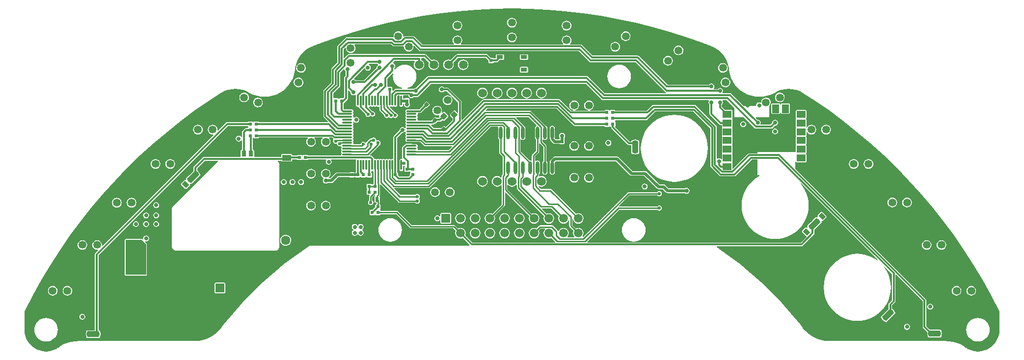
<source format=gbl>
G04 Layer_Physical_Order=4*
G04 Layer_Color=16711680*
%FSLAX44Y44*%
%MOMM*%
G71*
G01*
G75*
%ADD10C,1.5000*%
%ADD11R,0.6000X0.6000*%
%ADD12R,0.6000X0.6000*%
%ADD18R,1.5000X1.0000*%
%ADD26O,0.6000X2.1500*%
%ADD28C,0.5000*%
%ADD29C,0.2500*%
%ADD30C,0.3500*%
%ADD31C,0.3000*%
%ADD32C,1.0000*%
%ADD33R,1.5000X1.5000*%
%ADD34C,1.3500*%
%ADD35C,1.6000*%
%ADD36R,1.0000X0.8000*%
%ADD37R,0.8000X1.0000*%
G04:AMPARAMS|DCode=38|XSize=0.8mm|YSize=1mm|CornerRadius=0mm|HoleSize=0mm|Usage=FLASHONLY|Rotation=45.000|XOffset=0mm|YOffset=0mm|HoleType=Round|Shape=Rectangle|*
%AMROTATEDRECTD38*
4,1,4,0.0707,-0.6364,-0.6364,0.0707,-0.0707,0.6364,0.6364,-0.0707,0.0707,-0.6364,0.0*
%
%ADD38ROTATEDRECTD38*%

%ADD39R,1.5000X1.5000*%
%ADD40C,1.5240*%
%ADD41C,0.6000*%
%ADD42C,0.7000*%
%ADD52R,2.7700X2.5500*%
%ADD53P,0.8485X4X270.0*%
%ADD54P,0.8485X4X360.0*%
%ADD55R,0.6300X0.8300*%
%ADD56R,1.0500X0.6500*%
%ADD57O,1.8000X0.3000*%
%ADD58O,0.3000X1.8000*%
G04:AMPARAMS|DCode=59|XSize=0.95mm|YSize=0.85mm|CornerRadius=0mm|HoleSize=0mm|Usage=FLASHONLY|Rotation=45.000|XOffset=0mm|YOffset=0mm|HoleType=Round|Shape=Rectangle|*
%AMROTATEDRECTD59*
4,1,4,-0.0353,-0.6364,-0.6364,-0.0353,0.0353,0.6364,0.6364,0.0353,-0.0353,-0.6364,0.0*
%
%ADD59ROTATEDRECTD59*%

%ADD60R,1.5000X1.2000*%
%ADD61R,1.2000X1.5000*%
G36*
X957657Y397657D02*
X958732Y396939D01*
X960000Y396686D01*
X1142756D01*
X1143435Y395416D01*
X1142790Y394451D01*
X1142402Y392500D01*
X1142790Y390549D01*
X1143895Y388895D01*
X1144441Y388530D01*
Y372500D01*
X1144441Y372500D01*
X1144674Y371329D01*
X1145337Y370337D01*
X1161087Y354587D01*
X1162079Y353924D01*
X1163250Y353691D01*
X1163250Y353691D01*
X1165676D01*
Y350750D01*
X1165915Y350174D01*
X1166087Y349250D01*
X1165915Y348326D01*
X1165676Y347750D01*
Y335750D01*
X1166152Y334602D01*
X1166152Y333898D01*
X1165676Y332750D01*
Y320750D01*
X1165915Y320174D01*
X1166087Y319250D01*
X1165915Y318326D01*
X1165676Y317750D01*
Y305750D01*
X1165915Y305174D01*
X1166087Y304250D01*
X1165915Y303326D01*
X1165676Y302750D01*
Y294913D01*
X1164406Y294527D01*
X1164355Y294605D01*
X1162701Y295710D01*
X1160750Y296098D01*
X1158799Y295710D01*
X1158079Y295229D01*
X1156809Y295907D01*
Y350114D01*
X1156576Y351284D01*
X1155913Y352277D01*
X1155913Y352277D01*
X1121027Y387163D01*
X1120034Y387826D01*
X1118864Y388059D01*
X1118864Y388059D01*
X1047500D01*
X1047500Y388059D01*
X1046329Y387826D01*
X1045337Y387163D01*
X1036233Y378059D01*
X982099D01*
X981648Y379148D01*
X980500Y379624D01*
X974500D01*
X973352Y379148D01*
X973187Y378751D01*
X971813D01*
X971648Y379148D01*
X970500Y379624D01*
X964500D01*
X963352Y379148D01*
X962901Y378059D01*
X937997D01*
X937914Y379329D01*
X938502Y379406D01*
X940509Y380238D01*
X942232Y381560D01*
X943555Y383283D01*
X944386Y385290D01*
X944670Y387444D01*
X944386Y389598D01*
X943555Y391604D01*
X942232Y393328D01*
X940509Y394650D01*
X938502Y395482D01*
X936348Y395765D01*
X934195Y395482D01*
X932188Y394650D01*
X930464Y393328D01*
X929142Y391604D01*
X928311Y389598D01*
X928027Y387444D01*
X928311Y385290D01*
X929142Y383283D01*
X930464Y381560D01*
X932188Y380238D01*
X934195Y379406D01*
X934783Y379329D01*
X934700Y378059D01*
X912597D01*
X912514Y379329D01*
X913102Y379406D01*
X915109Y380238D01*
X916832Y381560D01*
X918155Y383283D01*
X918986Y385290D01*
X919270Y387444D01*
X918986Y389598D01*
X918155Y391604D01*
X916832Y393328D01*
X915109Y394650D01*
X913102Y395482D01*
X910948Y395765D01*
X908795Y395482D01*
X906788Y394650D01*
X905064Y393328D01*
X903742Y391604D01*
X902911Y389598D01*
X902627Y387444D01*
X902911Y385290D01*
X903742Y383283D01*
X905064Y381560D01*
X906788Y380238D01*
X908795Y379406D01*
X909383Y379329D01*
X909300Y378059D01*
X905631D01*
X886527Y397163D01*
X885535Y397826D01*
X884364Y398059D01*
X884364Y398059D01*
X755000D01*
X753829Y397826D01*
X752837Y397163D01*
X752837Y397163D01*
X717885Y362211D01*
X716615Y362737D01*
Y393943D01*
X716615Y393944D01*
X716382Y395114D01*
X715719Y396106D01*
X694663Y417163D01*
X693671Y417826D01*
X692500Y418059D01*
X692500Y418059D01*
X686470D01*
X686105Y418605D01*
X684451Y419710D01*
X682500Y420098D01*
X680549Y419710D01*
X678895Y418605D01*
X677790Y416951D01*
X677402Y415000D01*
X677790Y413049D01*
X678895Y411395D01*
X680549Y410290D01*
X682500Y409902D01*
X684451Y410290D01*
X686105Y411395D01*
X686470Y411941D01*
X691233D01*
X710498Y392677D01*
Y375428D01*
X709324Y374942D01*
X705694Y378573D01*
X704546Y379048D01*
X703398Y378573D01*
X696680Y371855D01*
X696205Y370707D01*
X696680Y369559D01*
X700879Y365361D01*
Y361827D01*
X689045Y349993D01*
X687184Y351855D01*
X686036Y352331D01*
X684887Y351855D01*
X681346Y348314D01*
X668873D01*
X664173Y353013D01*
X664659Y354186D01*
X667071D01*
X668339Y354439D01*
X669414Y355157D01*
X670201Y355944D01*
X671036Y355598D01*
X672184Y356074D01*
X675296Y359186D01*
X679368D01*
X680636Y359439D01*
X681711Y360157D01*
X683644Y362089D01*
X684306Y361427D01*
X685454Y360952D01*
X686602Y361427D01*
X693320Y368145D01*
X693795Y369293D01*
X693320Y370441D01*
X687309Y376451D01*
X686161Y376927D01*
X685013Y376451D01*
X683521Y374959D01*
X682444Y375679D01*
X682706Y376310D01*
X682989Y378464D01*
X682706Y380617D01*
X681875Y382624D01*
X680552Y384348D01*
X678829Y385670D01*
X676822Y386501D01*
X674668Y386785D01*
X672514Y386501D01*
X670508Y385670D01*
X668784Y384348D01*
X667462Y382624D01*
X666631Y380617D01*
X666347Y378464D01*
X666631Y376310D01*
X667462Y374303D01*
X668784Y372580D01*
X670508Y371257D01*
X672514Y370426D01*
X674668Y370143D01*
X676822Y370426D01*
X677453Y370687D01*
X678110Y369944D01*
X678260Y369647D01*
X677820Y368586D01*
X678296Y367438D01*
X678958Y366776D01*
X677996Y365814D01*
X673225D01*
X672184Y366855D01*
X671036Y367331D01*
X669887Y366855D01*
X665645Y362612D01*
X665169Y361465D01*
X664734Y360814D01*
X641892D01*
X640976Y362084D01*
X641059Y362500D01*
X640826Y363671D01*
X640163Y364663D01*
Y365337D01*
X640826Y366329D01*
X641059Y367500D01*
X640826Y368671D01*
X640163Y369663D01*
Y370337D01*
X640826Y371329D01*
X641059Y372500D01*
X640976Y372916D01*
X641892Y374186D01*
X645000D01*
X646268Y374439D01*
X647343Y375157D01*
X655630Y383444D01*
X656464Y383098D01*
X657613Y383574D01*
X661855Y387816D01*
X662331Y388965D01*
X661855Y390112D01*
X657613Y394355D01*
X656464Y394831D01*
X655316Y394355D01*
X651074Y390112D01*
X650598Y388965D01*
X650944Y388130D01*
X643627Y380814D01*
X630500D01*
X629232Y380561D01*
X629228Y380559D01*
X623000D01*
X621829Y380326D01*
X620837Y379663D01*
X620174Y378671D01*
X619941Y377500D01*
X620174Y376329D01*
X620837Y375337D01*
Y374663D01*
X620174Y373671D01*
X619941Y372500D01*
X620174Y371329D01*
X620837Y370337D01*
Y369663D01*
X620174Y368671D01*
X619941Y367500D01*
X620174Y366329D01*
X620837Y365337D01*
Y364663D01*
X620174Y363671D01*
X619941Y362500D01*
X620174Y361329D01*
X620837Y360337D01*
Y359663D01*
X620174Y358671D01*
X619941Y357500D01*
X620174Y356329D01*
X620837Y355337D01*
Y354663D01*
X620174Y353671D01*
X619941Y352500D01*
X620174Y351329D01*
X620837Y350337D01*
Y349663D01*
X620174Y348671D01*
X620154Y348572D01*
X618806Y348303D01*
X618605Y348605D01*
X616951Y349710D01*
X615000Y350098D01*
X613049Y349710D01*
X611395Y348605D01*
X610290Y346951D01*
X609902Y345000D01*
X609970Y344657D01*
X600157Y334843D01*
X599439Y333768D01*
X599186Y332500D01*
Y295892D01*
X597916Y294976D01*
X597500Y295059D01*
X596329Y294826D01*
X595337Y294163D01*
X594663D01*
X593671Y294826D01*
X592500Y295059D01*
X591329Y294826D01*
X590337Y294163D01*
X589663D01*
X588671Y294826D01*
X587500Y295059D01*
X586329Y294826D01*
X585337Y294163D01*
X584663D01*
X583671Y294826D01*
X582500Y295059D01*
X581329Y294826D01*
X580337Y294163D01*
X579663D01*
X578671Y294826D01*
X577500Y295059D01*
X576329Y294826D01*
X575337Y294163D01*
X574663D01*
X573671Y294826D01*
X572500Y295059D01*
X571329Y294826D01*
X570337Y294163D01*
X569663D01*
X568671Y294826D01*
X567500Y295059D01*
X567084Y294976D01*
X566221Y294992D01*
X565638Y295885D01*
X565561Y296268D01*
X564843Y297343D01*
X562343Y299843D01*
X561268Y300561D01*
X560000Y300814D01*
X558938D01*
X558452Y301987D01*
X574483Y318017D01*
X574960Y318731D01*
X575744Y319256D01*
X576739Y320744D01*
X577088Y322500D01*
X576739Y324256D01*
X575744Y325744D01*
X574256Y326739D01*
X572500Y327088D01*
X570744Y326739D01*
X570730Y326729D01*
X569587Y327493D01*
X569588Y327500D01*
X569239Y329256D01*
X568244Y330744D01*
X566756Y331739D01*
X565000Y332088D01*
X563244Y331739D01*
X561756Y330744D01*
X561461Y330304D01*
X559868D01*
X558795Y330090D01*
X557886Y329483D01*
X552767Y324364D01*
X552160Y323455D01*
X552153Y323422D01*
X550805Y323154D01*
X550744Y323244D01*
X549256Y324239D01*
X547500Y324588D01*
X545744Y324239D01*
X544256Y323244D01*
X543261Y321756D01*
X542972Y320304D01*
X530668D01*
X530336Y320708D01*
X529874Y321574D01*
X530059Y322500D01*
X529826Y323671D01*
X529163Y324663D01*
Y325337D01*
X529826Y326329D01*
X530059Y327500D01*
X529826Y328671D01*
X529163Y329663D01*
Y330337D01*
X529826Y331329D01*
X530059Y332500D01*
X529826Y333671D01*
X529163Y334663D01*
Y335337D01*
X529826Y336329D01*
X530059Y337500D01*
X529826Y338671D01*
X529163Y339663D01*
Y340337D01*
X529826Y341329D01*
X530059Y342500D01*
X529826Y343671D01*
X529163Y344663D01*
Y345337D01*
X529826Y346329D01*
X530059Y347500D01*
X529826Y348671D01*
X529163Y349663D01*
Y350337D01*
X529826Y351329D01*
X530059Y352500D01*
X529826Y353671D01*
X529163Y354663D01*
Y355337D01*
X529826Y356329D01*
X530059Y357500D01*
X529826Y358671D01*
X529610Y358993D01*
X529703Y359141D01*
X531216Y359164D01*
X531395Y358895D01*
X533049Y357790D01*
X535000Y357402D01*
X536951Y357790D01*
X538605Y358895D01*
X539710Y360549D01*
X540098Y362500D01*
X539710Y364451D01*
X538605Y366105D01*
X536951Y367210D01*
X535000Y367598D01*
X533049Y367210D01*
X531395Y366105D01*
X531216Y365836D01*
X529703Y365859D01*
X529610Y366007D01*
X529826Y366329D01*
X530059Y367500D01*
X529826Y368671D01*
X529163Y369663D01*
Y370337D01*
X529826Y371329D01*
X530059Y372500D01*
X529826Y373671D01*
X529163Y374663D01*
Y375337D01*
X529826Y376329D01*
X530059Y377500D01*
X529826Y378671D01*
X529163Y379663D01*
X528171Y380326D01*
X527000Y380559D01*
X520772D01*
X520768Y380561D01*
X519500Y380814D01*
X513872D01*
X513314Y381372D01*
Y390506D01*
X514148Y390852D01*
X514624Y392000D01*
Y392510D01*
X514843Y392657D01*
X519843Y397657D01*
X520561Y398732D01*
X520814Y400000D01*
Y412841D01*
X521987Y413327D01*
X524970Y410343D01*
X524902Y410000D01*
X525290Y408049D01*
X526395Y406395D01*
X528049Y405290D01*
X530000Y404902D01*
X531951Y405290D01*
X533102Y406059D01*
X534245Y405296D01*
X534186Y405000D01*
Y395500D01*
X534439Y394232D01*
X534441Y394228D01*
Y388000D01*
X534674Y386829D01*
X535337Y385837D01*
X536329Y385174D01*
X537500Y384941D01*
X538171Y385075D01*
X538808Y385037D01*
X539588Y384260D01*
X539674Y383829D01*
X540337Y382837D01*
X550705Y372469D01*
X550662Y372250D01*
X551011Y370494D01*
X552006Y369006D01*
X553494Y368011D01*
X555250Y367662D01*
X557006Y368011D01*
X558494Y369006D01*
X558699Y369311D01*
X559691D01*
X560132Y369171D01*
X561494Y368261D01*
X563250Y367912D01*
X565006Y368261D01*
X566494Y369256D01*
X567489Y370744D01*
X567838Y372500D01*
X567489Y374256D01*
X566494Y375744D01*
X565006Y376739D01*
X563250Y377088D01*
X563227Y377084D01*
X556457Y383854D01*
X557083Y385024D01*
X557500Y384941D01*
X558671Y385174D01*
X559663Y385837D01*
X560337D01*
X561329Y385174D01*
X562500Y384941D01*
X563671Y385174D01*
X564663Y385837D01*
X565337D01*
X566329Y385174D01*
X567500Y384941D01*
X568671Y385174D01*
X569663Y385837D01*
X570337D01*
X571329Y385174D01*
X572500Y384941D01*
X573426Y385126D01*
X574292Y384664D01*
X574696Y384332D01*
Y380000D01*
X574910Y378927D01*
X575517Y378017D01*
X583015Y370520D01*
X582912Y370000D01*
X583261Y368244D01*
X584256Y366756D01*
X585744Y365761D01*
X587500Y365412D01*
X589256Y365761D01*
X590744Y366756D01*
X591756D01*
X593244Y365761D01*
X595000Y365412D01*
X596756Y365761D01*
X598244Y366756D01*
X599256D01*
X600744Y365761D01*
X602500Y365412D01*
X604256Y365761D01*
X605744Y366756D01*
X606739Y368244D01*
X607088Y370000D01*
X606739Y371756D01*
X605744Y373244D01*
X604256Y374239D01*
X602511Y374586D01*
X593293Y383804D01*
X593670Y385172D01*
X593699Y385193D01*
X594663Y385837D01*
X595337D01*
X596329Y385174D01*
X597500Y384941D01*
X598671Y385174D01*
X599663Y385837D01*
X600337D01*
X601329Y385174D01*
X602500Y384941D01*
X603671Y385174D01*
X604663Y385837D01*
X605326Y386829D01*
X605559Y388000D01*
Y394228D01*
X605561Y394232D01*
X605814Y395500D01*
Y403627D01*
X606873Y404686D01*
X608607D01*
X609524Y403416D01*
X609441Y403000D01*
Y395098D01*
X609422Y395000D01*
X609441Y394902D01*
Y388000D01*
X609674Y386829D01*
X610337Y385837D01*
X611329Y385174D01*
X612500Y384941D01*
X613671Y385174D01*
X614663Y385837D01*
X615326Y386829D01*
X615559Y388000D01*
Y390000D01*
X616474Y390880D01*
X616798Y390868D01*
X617580Y389893D01*
X617402Y389000D01*
X617790Y387049D01*
X618895Y385395D01*
X620549Y384290D01*
X622500Y383902D01*
X624451Y384290D01*
X626105Y385395D01*
X627210Y387049D01*
X627598Y389000D01*
X627210Y390951D01*
X626888Y391432D01*
X627124Y392000D01*
Y398000D01*
X626648Y399148D01*
X625500Y399624D01*
X619500D01*
X618352Y399148D01*
X618323Y399078D01*
X615559D01*
Y403000D01*
X615476Y403416D01*
X616392Y404686D01*
X624964D01*
X625290Y403049D01*
X626395Y401395D01*
X628049Y400290D01*
X630000Y399902D01*
X631951Y400290D01*
X633605Y401395D01*
X633799Y401686D01*
X640000D01*
X641268Y401939D01*
X642343Y402657D01*
X663873Y424186D01*
X931127D01*
X957657Y397657D01*
D02*
G37*
G36*
X495087Y330337D02*
X495087Y330337D01*
X495540Y330035D01*
X495639Y329890D01*
X495906Y328624D01*
X495872Y328420D01*
X495261Y327506D01*
X494912Y325750D01*
X495261Y323994D01*
X496256Y322506D01*
X497744Y321511D01*
X499500Y321162D01*
X500446Y321350D01*
X501381Y321273D01*
X501825Y320428D01*
X502011Y319494D01*
X503006Y318006D01*
X504494Y317011D01*
X506250Y316662D01*
X508006Y317011D01*
X509160Y316338D01*
X509204Y316284D01*
X509837Y315337D01*
Y314663D01*
X509174Y313671D01*
X508941Y312500D01*
X509174Y311329D01*
X509837Y310337D01*
Y309663D01*
X509174Y308671D01*
X508941Y307500D01*
X509174Y306329D01*
X509837Y305337D01*
Y304663D01*
X509174Y303671D01*
X508941Y302500D01*
X509024Y302084D01*
X508108Y300814D01*
X451994D01*
X451648Y301648D01*
X450500Y302124D01*
X444500D01*
X443352Y301648D01*
X443187Y301251D01*
X441813D01*
X441648Y301648D01*
X440500Y302124D01*
X434500D01*
X433352Y301648D01*
X433006Y300814D01*
X424124D01*
Y302000D01*
X423648Y303148D01*
X422500Y303624D01*
X407500D01*
X406352Y303148D01*
X405876Y302000D01*
Y298314D01*
X359898D01*
X359193Y299370D01*
X359224Y299444D01*
Y309444D01*
X358748Y310592D01*
X357600Y311068D01*
X356659D01*
Y330877D01*
X356813Y331249D01*
X358187D01*
X358352Y330852D01*
X359500Y330376D01*
X365500D01*
X366648Y330852D01*
X367099Y331941D01*
X451105D01*
X451536Y330671D01*
X451137Y330365D01*
X449814Y328641D01*
X448983Y326634D01*
X448699Y324481D01*
X448983Y322327D01*
X449814Y320320D01*
X451137Y318597D01*
X452860Y317274D01*
X454867Y316443D01*
X457021Y316159D01*
X459174Y316443D01*
X461181Y317274D01*
X462905Y318597D01*
X464227Y320320D01*
X465058Y322327D01*
X465342Y324481D01*
X465058Y326634D01*
X464227Y328641D01*
X462905Y330365D01*
X462505Y330671D01*
X462936Y331941D01*
X476505D01*
X476936Y330671D01*
X476537Y330365D01*
X475214Y328641D01*
X474383Y326634D01*
X474100Y324481D01*
X474383Y322327D01*
X475214Y320320D01*
X476537Y318597D01*
X478260Y317274D01*
X480267Y316443D01*
X482421Y316159D01*
X484574Y316443D01*
X486581Y317274D01*
X488305Y318597D01*
X489627Y320320D01*
X490458Y322327D01*
X490742Y324481D01*
X490458Y326634D01*
X489627Y328641D01*
X488305Y330365D01*
X487905Y330671D01*
X488336Y331941D01*
X493483D01*
X495087Y330337D01*
D02*
G37*
G36*
X779942Y349699D02*
X779945Y349426D01*
X779612Y347750D01*
Y332250D01*
X779961Y330494D01*
X780956Y329006D01*
X781396Y328711D01*
Y305800D01*
X781610Y304727D01*
X782217Y303817D01*
X787196Y298839D01*
Y268161D01*
X786636Y267601D01*
X786028Y266691D01*
X785815Y265618D01*
Y263256D01*
X784545Y262908D01*
X782848Y264210D01*
X780629Y265129D01*
X778249Y265443D01*
X775868Y265129D01*
X773649Y264210D01*
X771744Y262748D01*
X770282Y260843D01*
X769363Y258625D01*
X769050Y256244D01*
X769363Y253863D01*
X770282Y251645D01*
X771744Y249739D01*
X773649Y248278D01*
X775868Y247359D01*
X778249Y247045D01*
X780629Y247359D01*
X782848Y248278D01*
X784545Y249580D01*
X785815Y249232D01*
Y216574D01*
X769634Y200394D01*
X767899Y201112D01*
X765550Y201422D01*
X763201Y201112D01*
X761011Y200205D01*
X759131Y198763D01*
X757689Y196883D01*
X756782Y194693D01*
X756472Y192344D01*
X756782Y189994D01*
X757689Y187805D01*
X759131Y185925D01*
X761011Y184482D01*
X763201Y183576D01*
X765550Y183266D01*
X767899Y183576D01*
X770089Y184482D01*
X771969Y185925D01*
X773411Y187805D01*
X774318Y189994D01*
X774628Y192344D01*
X774318Y194693D01*
X773600Y196428D01*
X790601Y213430D01*
X791209Y214339D01*
X791422Y215412D01*
Y237047D01*
X792596Y237533D01*
X833700Y196428D01*
X832982Y194693D01*
X832672Y192344D01*
X832982Y189994D01*
X833889Y187805D01*
X835331Y185925D01*
X837211Y184482D01*
X839400Y183576D01*
X841750Y183266D01*
X844100Y183576D01*
X846289Y184482D01*
X848169Y185925D01*
X849612Y187805D01*
X850518Y189994D01*
X850828Y192344D01*
X850518Y194693D01*
X849612Y196883D01*
X848169Y198763D01*
X846289Y200205D01*
X844100Y201112D01*
X841750Y201422D01*
X839400Y201112D01*
X837666Y200394D01*
X795422Y242637D01*
Y249897D01*
X796692Y250328D01*
X797144Y249739D01*
X799049Y248278D01*
X801268Y247359D01*
X803649Y247045D01*
X806029Y247359D01*
X808248Y248278D01*
X810153Y249739D01*
X810605Y250328D01*
X811875Y249897D01*
Y244815D01*
X812088Y243742D01*
X812696Y242833D01*
X859100Y196428D01*
X858382Y194693D01*
X858072Y192344D01*
X858382Y189994D01*
X859289Y187805D01*
X860731Y185925D01*
X862611Y184482D01*
X864800Y183576D01*
X867150Y183266D01*
X869500Y183576D01*
X871689Y184482D01*
X873569Y185925D01*
X875012Y187805D01*
X875918Y189994D01*
X876228Y192344D01*
X875918Y194693D01*
X875012Y196883D01*
X873569Y198763D01*
X871689Y200205D01*
X869500Y201112D01*
X867150Y201422D01*
X864800Y201112D01*
X863066Y200394D01*
X854936Y208523D01*
X855422Y209696D01*
X871233D01*
X884500Y196428D01*
X883782Y194693D01*
X883472Y192344D01*
X883782Y189994D01*
X884689Y187805D01*
X886131Y185925D01*
X888011Y184482D01*
X890201Y183576D01*
X892550Y183266D01*
X894900Y183576D01*
X897089Y184482D01*
X898969Y185925D01*
X900412Y187805D01*
X900926Y189048D01*
X902196Y188795D01*
Y179894D01*
X902410Y178821D01*
X903017Y177911D01*
X909900Y171028D01*
X909182Y169293D01*
X908872Y166944D01*
X909182Y164594D01*
X910089Y162405D01*
X911345Y160768D01*
X910964Y159498D01*
X899536D01*
X899155Y160768D01*
X900412Y162405D01*
X901318Y164594D01*
X901628Y166944D01*
X901318Y169293D01*
X900412Y171483D01*
X898969Y173363D01*
X897089Y174805D01*
X894900Y175712D01*
X892550Y176021D01*
X890201Y175712D01*
X888011Y174805D01*
X886131Y173363D01*
X884689Y171483D01*
X884286Y170512D01*
X884013Y170433D01*
X882590Y171073D01*
X881983Y171983D01*
X874483Y179483D01*
X873573Y180090D01*
X872500Y180304D01*
X852306D01*
X851233Y180090D01*
X850323Y179483D01*
X845834Y174994D01*
X844100Y175712D01*
X841750Y176021D01*
X839400Y175712D01*
X837211Y174805D01*
X835331Y173363D01*
X833889Y171483D01*
X832982Y169293D01*
X832672Y166944D01*
X832982Y164594D01*
X833889Y162405D01*
X835331Y160525D01*
X837211Y159082D01*
X839400Y158176D01*
X841750Y157866D01*
X844100Y158176D01*
X846289Y159082D01*
X848169Y160525D01*
X849612Y162405D01*
X850518Y164594D01*
X850828Y166944D01*
X850518Y169293D01*
X849800Y171028D01*
X853467Y174696D01*
X860493D01*
X860902Y173493D01*
X860731Y173363D01*
X859289Y171483D01*
X858382Y169293D01*
X858072Y166944D01*
X858382Y164594D01*
X859289Y162405D01*
X860731Y160525D01*
X862611Y159082D01*
X864800Y158176D01*
X867150Y157866D01*
X869500Y158176D01*
X871235Y158894D01*
X878300Y151829D01*
X877774Y150559D01*
X735461D01*
X722905Y163114D01*
X723518Y164594D01*
X723828Y166944D01*
X723518Y169293D01*
X722611Y171483D01*
X721169Y173363D01*
X719289Y174805D01*
X717100Y175712D01*
X714750Y176021D01*
X712401Y175712D01*
X710666Y174994D01*
X705583Y180077D01*
X704673Y180684D01*
X703600Y180898D01*
X630568D01*
X606983Y204483D01*
X606073Y205090D01*
X605000Y205304D01*
X577124D01*
Y205500D01*
X576648Y206648D01*
X576251Y206813D01*
Y208187D01*
X576648Y208352D01*
X577124Y209500D01*
Y215500D01*
X576648Y216648D01*
X575500Y217124D01*
X575304D01*
Y219663D01*
X575398Y219702D01*
X575874Y220850D01*
Y229150D01*
X575398Y230298D01*
X575481Y231639D01*
X575840Y232177D01*
X576054Y233250D01*
Y250185D01*
X577324Y250711D01*
X607517Y220517D01*
X608427Y219910D01*
X609500Y219696D01*
X636461D01*
X636756Y219256D01*
X638244Y218261D01*
X640000Y217912D01*
X641756Y218261D01*
X643244Y219256D01*
X644239Y220744D01*
X644588Y222500D01*
X644239Y224256D01*
X643244Y225744D01*
Y226756D01*
X644239Y228244D01*
X644588Y230000D01*
X644239Y231756D01*
X643244Y233244D01*
X641756Y234239D01*
X640000Y234588D01*
X638244Y234239D01*
X636756Y233244D01*
X636461Y232804D01*
X611161D01*
X600539Y243426D01*
X601065Y244696D01*
X660000D01*
X661073Y244910D01*
X661983Y245517D01*
X767161Y350696D01*
X779409D01*
X779942Y349699D01*
D02*
G37*
G36*
X571395Y458895D02*
X572340Y458264D01*
Y456736D01*
X571395Y456105D01*
X570290Y454451D01*
X569902Y452500D01*
X569970Y452157D01*
X548628Y430814D01*
X533799D01*
X533605Y431105D01*
X531951Y432210D01*
X531318Y432336D01*
X530900Y433714D01*
X548786Y451600D01*
X550164Y451182D01*
X550290Y450549D01*
X551395Y448895D01*
X553049Y447790D01*
X555000Y447402D01*
X556951Y447790D01*
X558605Y448895D01*
X559710Y450549D01*
X560098Y452500D01*
X559710Y454451D01*
X558605Y456105D01*
X556999Y457178D01*
X556942Y457240D01*
X556547Y458578D01*
X557030Y459186D01*
X571201D01*
X571395Y458895D01*
D02*
G37*
G36*
X620154Y341428D02*
X620174Y341329D01*
X620837Y340337D01*
Y339663D01*
X620174Y338671D01*
X619941Y337500D01*
X620174Y336329D01*
X620837Y335337D01*
Y334663D01*
X620174Y333671D01*
X619941Y332500D01*
X620174Y331329D01*
X620837Y330337D01*
Y329663D01*
X620174Y328671D01*
X619941Y327500D01*
X620174Y326329D01*
X620837Y325337D01*
X621829Y324674D01*
X623000Y324441D01*
X638000D01*
X639170Y324674D01*
X639203Y324696D01*
X645328D01*
X652007Y318017D01*
X652917Y317410D01*
X653990Y317196D01*
X699728D01*
X700214Y316023D01*
X694495Y310304D01*
X641668D01*
X641336Y310708D01*
X640874Y311574D01*
X641059Y312500D01*
X640826Y313671D01*
X640163Y314663D01*
Y315337D01*
X640826Y316329D01*
X641059Y317500D01*
X640826Y318671D01*
X640163Y319663D01*
X639170Y320326D01*
X638000Y320559D01*
X631772D01*
X631768Y320561D01*
X630500Y320814D01*
X621283D01*
X620014Y320561D01*
X618939Y319843D01*
X615157Y316061D01*
X614439Y314986D01*
X614186Y313718D01*
Y297500D01*
X614439Y296232D01*
X614911Y295524D01*
X613996Y294609D01*
X613671Y294826D01*
X612500Y295059D01*
X611329Y294826D01*
X610337Y294163D01*
X609674Y293171D01*
X609441Y292000D01*
Y287500D01*
Y277000D01*
X609674Y275830D01*
X610337Y274837D01*
X611329Y274174D01*
X612500Y273941D01*
X613671Y274174D01*
X614663Y274837D01*
X615326Y275830D01*
X615559Y277000D01*
Y282003D01*
X616829Y283045D01*
X617500Y282912D01*
X618624Y283136D01*
X618995Y281914D01*
X618352Y281648D01*
X617876Y280500D01*
Y274500D01*
X618352Y273352D01*
X619500Y272876D01*
X625500D01*
X626648Y273352D01*
X628006Y273521D01*
X628536Y272986D01*
X628371Y271656D01*
X628352Y271648D01*
X627876Y270500D01*
Y266966D01*
X625474Y264564D01*
X609526D01*
X607124Y266966D01*
Y270500D01*
X606648Y271648D01*
X605814Y271994D01*
Y284500D01*
Y331128D01*
X614657Y339970D01*
X615000Y339902D01*
X616951Y340290D01*
X618605Y341395D01*
X618806Y341697D01*
X620154Y341428D01*
D02*
G37*
G36*
X515040Y449308D02*
X515290Y448049D01*
X516395Y446395D01*
X516686Y446201D01*
Y438872D01*
X515157Y437343D01*
X514439Y436268D01*
X514186Y435000D01*
Y401372D01*
X512437Y399624D01*
X507000D01*
X505852Y399148D01*
X505687Y398751D01*
X504313D01*
X504148Y399148D01*
X503000Y399624D01*
X497000D01*
X495814Y400507D01*
Y408377D01*
X506593Y419157D01*
X507311Y420232D01*
X507564Y421500D01*
Y443627D01*
X513662Y449725D01*
X515040Y449308D01*
D02*
G37*
G36*
X599061Y442633D02*
X598691Y441414D01*
X598301Y437444D01*
X598691Y433474D01*
X599849Y429657D01*
X601730Y426139D01*
X604260Y423056D01*
X607344Y420525D01*
X610862Y418645D01*
X614360Y417584D01*
X614171Y416314D01*
X603429D01*
X602161Y416061D01*
X601086Y415343D01*
X598394Y412651D01*
X597124Y413177D01*
Y418000D01*
X596648Y419148D01*
X595500Y419624D01*
X589534D01*
X589496Y419625D01*
X589290Y419690D01*
X588314Y420507D01*
Y433628D01*
X597972Y443286D01*
X599061Y442633D01*
D02*
G37*
G36*
X846396Y353221D02*
X846068Y352139D01*
X845877Y351944D01*
X844456Y350994D01*
X843461Y349506D01*
X843112Y347750D01*
Y332250D01*
X843461Y330494D01*
X844456Y329006D01*
X844896Y328711D01*
Y308861D01*
X838767Y302733D01*
X838160Y301823D01*
X837946Y300750D01*
Y292541D01*
X836949Y292008D01*
X836676Y292005D01*
X835000Y292338D01*
X834272Y292193D01*
X818045Y308421D01*
Y328270D01*
X818393Y328524D01*
X819315Y328833D01*
X820544Y328011D01*
X822300Y327662D01*
X824056Y328011D01*
X825544Y329006D01*
X826539Y330494D01*
X826888Y332250D01*
Y347750D01*
X826539Y349506D01*
X825544Y350994D01*
X824699Y351559D01*
X824283Y352183D01*
X810442Y366023D01*
X810928Y367196D01*
X832420D01*
X846396Y353221D01*
D02*
G37*
G36*
X834314Y554191D02*
X864947Y552686D01*
X895515Y550179D01*
X925984Y546674D01*
X956322Y542174D01*
X986497Y536683D01*
X1016475Y530209D01*
X1046226Y522756D01*
X1075717Y514335D01*
X1104917Y504953D01*
X1133794Y494620D01*
X1147035Y489388D01*
X1148216Y488921D01*
X1149417Y488504D01*
X1154502Y485996D01*
X1159638Y482565D01*
X1164282Y478492D01*
X1168355Y473847D01*
X1171787Y468711D01*
X1174519Y463171D01*
X1176505Y457322D01*
X1177710Y451263D01*
X1177808Y449763D01*
X1177808D01*
X1177883Y449699D01*
X1177989Y448090D01*
X1179338Y441308D01*
X1181560Y434760D01*
X1184619Y428559D01*
X1188460Y422809D01*
X1193020Y417610D01*
X1198219Y413051D01*
X1203968Y409209D01*
X1210170Y406151D01*
X1216718Y403928D01*
X1223500Y402579D01*
X1230399Y402127D01*
X1237300Y402579D01*
X1244081Y403928D01*
X1250629Y406151D01*
X1255958Y408778D01*
X1256831Y409209D01*
X1257080Y409375D01*
X1258177Y410013D01*
X1262816Y412301D01*
X1268665Y414286D01*
X1274724Y415491D01*
X1280888Y415895D01*
X1287052Y415491D01*
X1293110Y414286D01*
X1298960Y412301D01*
X1304500Y409569D01*
X1306163Y408457D01*
X1306163Y408457D01*
X1306175Y408460D01*
X1324356Y396738D01*
X1349575Y379283D01*
X1374209Y361013D01*
X1398233Y341947D01*
X1421619Y322105D01*
X1444344Y301508D01*
X1466383Y280179D01*
X1487712Y258140D01*
X1508309Y235415D01*
X1528151Y212028D01*
X1547218Y188005D01*
X1565488Y163370D01*
X1582942Y138151D01*
X1599562Y112375D01*
X1615329Y86068D01*
X1630228Y59260D01*
X1644241Y31978D01*
X1644600Y31219D01*
Y1263D01*
X1644600Y1251D01*
X1644600Y0D01*
X1644544Y-1247D01*
X1644182Y-5842D01*
X1642814Y-11540D01*
X1640572Y-16954D01*
X1637510Y-21951D01*
X1633704Y-26407D01*
X1629248Y-30213D01*
X1624251Y-33275D01*
X1618837Y-35517D01*
X1613139Y-36885D01*
X1607297Y-37345D01*
X1601455Y-36885D01*
X1595757Y-35517D01*
X1590343Y-33275D01*
X1585915Y-30562D01*
X1585915Y-30562D01*
X1585915Y-30562D01*
X1585836Y-30575D01*
X1583347Y-28810D01*
X1577179Y-25401D01*
X1570667Y-22703D01*
X1563895Y-20752D01*
X1556947Y-19572D01*
X1549910Y-19176D01*
Y-19222D01*
X1350690D01*
X1350502Y-19259D01*
X1343217Y-18781D01*
X1335873Y-17320D01*
X1328783Y-14913D01*
X1322067Y-11602D01*
X1315841Y-7441D01*
X1310211Y-2504D01*
X1306127Y2153D01*
X1305315Y3094D01*
X1305103Y3389D01*
X1305078Y3406D01*
X1304553Y4100D01*
X1300654Y9251D01*
X1284888Y28461D01*
X1268381Y47038D01*
X1251156Y64952D01*
X1233242Y82176D01*
X1214666Y98684D01*
X1195456Y114449D01*
X1175641Y129448D01*
X1155951Y143171D01*
X1156350Y144441D01*
X1302888D01*
X1302888Y144441D01*
X1304059Y144674D01*
X1305051Y145337D01*
X1324380Y164667D01*
X1324380Y164667D01*
X1325043Y165659D01*
X1325276Y166829D01*
X1325276Y166830D01*
Y173249D01*
X1328204Y176177D01*
X1328272Y176340D01*
X1331223Y179292D01*
X1331386Y179359D01*
X1337043Y185016D01*
X1337519Y186164D01*
X1337043Y187312D01*
X1337929Y188198D01*
X1339077Y187722D01*
X1340225Y188198D01*
X1345882Y193855D01*
X1346358Y195003D01*
X1345882Y196151D01*
X1338811Y203222D01*
X1337663Y203697D01*
X1336515Y203222D01*
X1330858Y197565D01*
X1330383Y196417D01*
X1330858Y195269D01*
X1329972Y194383D01*
X1328824Y194859D01*
X1327676Y194383D01*
X1322019Y188726D01*
X1321952Y188563D01*
X1319000Y185612D01*
X1318837Y185544D01*
X1313180Y179888D01*
X1312705Y178739D01*
X1313180Y177591D01*
X1312294Y176705D01*
X1311146Y177181D01*
X1309998Y176705D01*
X1304341Y171049D01*
X1303866Y169901D01*
X1304341Y168752D01*
X1311180Y161914D01*
X1311517Y160455D01*
X1301621Y150559D01*
X933820D01*
X933294Y151829D01*
X988661Y207196D01*
X1053961D01*
X1054256Y206756D01*
X1055744Y205761D01*
X1057500Y205412D01*
X1059256Y205761D01*
X1060744Y206756D01*
X1061739Y208244D01*
X1062088Y210000D01*
X1061739Y211756D01*
X1060744Y213244D01*
X1059256Y214239D01*
X1057500Y214588D01*
X1055744Y214239D01*
X1054256Y213244D01*
X1053961Y212804D01*
X988565D01*
X988039Y214074D01*
X1006161Y232196D01*
X1053961D01*
X1054256Y231756D01*
X1055744Y230761D01*
X1057500Y230412D01*
X1059256Y230761D01*
X1060744Y231756D01*
X1061739Y233244D01*
X1062088Y235000D01*
X1061739Y236756D01*
X1060744Y238244D01*
X1059256Y239239D01*
X1057500Y239588D01*
X1055744Y239239D01*
X1054256Y238244D01*
X1053961Y237804D01*
X1005000D01*
X1003927Y237590D01*
X1003017Y236983D01*
X926094Y160059D01*
X925690Y160161D01*
X925191Y161596D01*
X925811Y162405D01*
X926718Y164594D01*
X927028Y166944D01*
X926718Y169293D01*
X925811Y171483D01*
X924369Y173363D01*
X922489Y174805D01*
X920300Y175712D01*
X917950Y176021D01*
X915601Y175712D01*
X913866Y174994D01*
X907804Y181055D01*
Y190730D01*
X909074Y190814D01*
X909182Y189994D01*
X910089Y187805D01*
X911531Y185925D01*
X913411Y184482D01*
X915601Y183576D01*
X917950Y183266D01*
X920300Y183576D01*
X922489Y184482D01*
X924369Y185925D01*
X925811Y187805D01*
X926718Y189994D01*
X927028Y192344D01*
X926718Y194693D01*
X925811Y196883D01*
X924369Y198763D01*
X922489Y200205D01*
X920300Y201112D01*
X917950Y201422D01*
X915601Y201112D01*
X913866Y200394D01*
X871983Y242276D01*
X871073Y242884D01*
X870000Y243098D01*
X853361D01*
X849231Y247229D01*
X849849Y248278D01*
X852068Y247359D01*
X854448Y247045D01*
X856829Y247359D01*
X859048Y248278D01*
X860953Y249739D01*
X862415Y251645D01*
X863334Y253863D01*
X863647Y256244D01*
X863334Y258625D01*
X862415Y260843D01*
X860953Y262748D01*
X859048Y264210D01*
X856829Y265129D01*
X854448Y265443D01*
X852068Y265129D01*
X850978Y264678D01*
X850136Y265704D01*
X850290Y265935D01*
X850504Y267008D01*
Y268711D01*
X850944Y269006D01*
X851939Y270494D01*
X852288Y272250D01*
Y287750D01*
X851939Y289506D01*
X850944Y290994D01*
X849456Y291989D01*
X847700Y292338D01*
X845944Y291989D01*
X844824Y291240D01*
X843554Y291757D01*
Y299589D01*
X849683Y305717D01*
X850290Y306627D01*
X850504Y307700D01*
Y321300D01*
X850564Y321348D01*
X851774Y321761D01*
X857596Y315939D01*
Y291289D01*
X857156Y290994D01*
X856161Y289506D01*
X855812Y287750D01*
Y272250D01*
X856161Y270494D01*
X857156Y269006D01*
X858644Y268011D01*
X860400Y267662D01*
X862156Y268011D01*
X863644Y269006D01*
X864639Y270494D01*
X864988Y272250D01*
Y287750D01*
X864639Y289506D01*
X863644Y290994D01*
X863204Y291289D01*
Y317100D01*
X862990Y318173D01*
X862383Y319083D01*
X856254Y325211D01*
Y328243D01*
X857524Y328760D01*
X858644Y328011D01*
X860400Y327662D01*
X862156Y328011D01*
X863644Y329006D01*
X864639Y330494D01*
X864988Y332250D01*
Y347750D01*
X864639Y349506D01*
X863644Y350994D01*
X862156Y351989D01*
X861932Y352034D01*
X836983Y376983D01*
X836073Y377590D01*
X835000Y377804D01*
X758926D01*
X758400Y379074D01*
X761267Y381941D01*
X880369D01*
X909473Y352837D01*
X909473Y352837D01*
X910465Y352174D01*
X911636Y351941D01*
X962901D01*
X963352Y350852D01*
X964500Y350376D01*
X970500D01*
X971648Y350852D01*
X971813Y351249D01*
X973187D01*
X973352Y350852D01*
X974441Y350401D01*
Y350000D01*
X974441Y350000D01*
X974674Y348829D01*
X975337Y347837D01*
X1003397Y319777D01*
X1003397Y319777D01*
X1004389Y319114D01*
X1005560Y318881D01*
X1009726D01*
Y317940D01*
X1009794Y317777D01*
Y313603D01*
X1009726Y313440D01*
Y305440D01*
X1010202Y304292D01*
X1011350Y303816D01*
X1013001D01*
X1013072Y303762D01*
X1014653Y303107D01*
X1016350Y302884D01*
X1018047Y303107D01*
X1019628Y303762D01*
X1019699Y303816D01*
X1021350D01*
X1022498Y304292D01*
X1022974Y305440D01*
Y313440D01*
X1022906Y313603D01*
Y317777D01*
X1022974Y317940D01*
Y325940D01*
X1022498Y327088D01*
X1021350Y327564D01*
X1019699D01*
X1019628Y327618D01*
X1018047Y328273D01*
X1016350Y328496D01*
X1014653Y328273D01*
X1013072Y327618D01*
X1013001Y327564D01*
X1011350D01*
X1010202Y327088D01*
X1009726Y325940D01*
Y324999D01*
X1006827D01*
X981536Y350290D01*
X981648Y350852D01*
X982124Y352000D01*
Y358000D01*
X981648Y359148D01*
X981251Y359313D01*
Y360687D01*
X981648Y360852D01*
X982099Y361941D01*
X1035000D01*
X1035000Y361941D01*
X1036171Y362174D01*
X1037163Y362837D01*
X1051267Y376941D01*
X1116233D01*
X1145691Y347483D01*
Y283386D01*
X1145691Y283386D01*
X1145924Y282215D01*
X1146587Y281223D01*
X1161723Y266087D01*
X1161723Y266087D01*
X1162716Y265424D01*
X1163886Y265191D01*
X1163886Y265191D01*
X1187500D01*
X1187500Y265191D01*
X1188671Y265424D01*
X1189663Y266087D01*
X1217517Y293941D01*
X1227200D01*
Y266750D01*
X1230205D01*
X1230493Y265513D01*
X1228639Y264599D01*
X1222344Y260393D01*
X1216653Y255401D01*
X1211661Y249710D01*
X1207456Y243415D01*
X1204107Y236626D01*
X1201674Y229457D01*
X1200197Y222032D01*
X1199702Y214478D01*
X1200197Y206924D01*
X1201674Y199499D01*
X1204107Y192331D01*
X1207456Y185541D01*
X1211661Y179247D01*
X1216653Y173555D01*
X1222344Y168564D01*
X1228639Y164358D01*
X1235428Y161010D01*
X1242597Y158576D01*
X1250022Y157100D01*
X1257576Y156604D01*
X1265130Y157100D01*
X1272555Y158576D01*
X1279723Y161010D01*
X1286513Y164358D01*
X1292807Y168564D01*
X1298499Y173555D01*
X1303490Y179247D01*
X1307696Y185541D01*
X1311044Y192331D01*
X1313478Y199499D01*
X1314955Y206924D01*
X1315450Y214478D01*
X1314955Y222032D01*
X1313478Y229457D01*
X1311044Y236626D01*
X1307696Y243415D01*
X1303490Y249710D01*
X1301249Y252265D01*
X1302176Y253134D01*
X1434845Y120465D01*
X1434035Y119479D01*
X1428161Y123404D01*
X1421371Y126752D01*
X1414203Y129186D01*
X1406778Y130663D01*
X1399224Y131158D01*
X1391670Y130663D01*
X1384245Y129186D01*
X1377076Y126752D01*
X1370287Y123404D01*
X1363992Y119198D01*
X1358301Y114207D01*
X1353309Y108515D01*
X1349104Y102221D01*
X1345755Y95431D01*
X1343322Y88263D01*
X1341845Y80838D01*
X1341350Y73284D01*
X1341845Y65730D01*
X1343322Y58305D01*
X1345755Y51136D01*
X1349104Y44347D01*
X1353309Y38053D01*
X1358301Y32361D01*
X1363992Y27369D01*
X1370287Y23164D01*
X1377076Y19815D01*
X1384245Y17382D01*
X1391670Y15905D01*
X1399224Y15410D01*
X1406778Y15905D01*
X1414203Y17382D01*
X1421371Y19815D01*
X1428161Y23164D01*
X1434455Y27369D01*
X1440147Y32361D01*
X1445138Y38053D01*
X1449344Y44347D01*
X1452692Y51136D01*
X1455126Y58305D01*
X1456602Y65730D01*
X1457098Y73284D01*
X1456602Y80838D01*
X1455126Y88263D01*
X1452692Y95431D01*
X1449344Y102221D01*
X1445419Y108096D01*
X1446405Y108905D01*
X1458941Y96369D01*
Y50767D01*
X1454093Y45919D01*
X1453430Y44927D01*
X1453197Y43756D01*
X1453197Y43756D01*
Y35904D01*
X1449269Y31976D01*
X1449202Y31813D01*
X1446250Y28862D01*
X1446087Y28794D01*
X1440430Y23138D01*
X1439955Y21989D01*
X1440430Y20841D01*
X1441598Y19674D01*
X1441610Y19585D01*
X1442265Y18004D01*
X1443306Y16646D01*
X1444664Y15605D01*
X1446246Y14950D01*
X1446334Y14938D01*
X1447501Y13770D01*
X1448649Y13295D01*
X1449798Y13770D01*
X1455454Y19427D01*
X1455522Y19590D01*
X1458473Y22542D01*
X1458636Y22609D01*
X1464293Y28266D01*
X1464769Y29414D01*
X1464293Y30562D01*
X1463125Y31730D01*
X1463114Y31818D01*
X1462459Y33399D01*
X1461417Y34757D01*
X1460059Y35799D01*
X1459315Y36107D01*
Y42489D01*
X1464163Y47337D01*
X1464826Y48330D01*
X1465059Y49500D01*
X1465059Y49500D01*
Y94956D01*
X1466232Y95442D01*
X1511941Y49733D01*
Y5287D01*
X1511941Y5287D01*
X1512174Y4116D01*
X1512837Y3124D01*
X1520076Y-4115D01*
X1519767Y-4859D01*
X1519544Y-6556D01*
X1519767Y-8253D01*
X1520422Y-9834D01*
X1520476Y-9905D01*
Y-11556D01*
X1520952Y-12704D01*
X1522100Y-13180D01*
X1530100D01*
X1530263Y-13112D01*
X1534437D01*
X1534600Y-13180D01*
X1542600D01*
X1543748Y-12704D01*
X1544224Y-11556D01*
Y-9905D01*
X1544278Y-9834D01*
X1544933Y-8253D01*
X1545156Y-6556D01*
X1544933Y-4859D01*
X1544278Y-3278D01*
X1544224Y-3207D01*
Y-1556D01*
X1543748Y-408D01*
X1542600Y68D01*
X1534600D01*
X1534437Y0D01*
X1530263D01*
X1530100Y68D01*
X1524545D01*
X1518059Y6554D01*
Y51000D01*
X1518059Y51000D01*
X1517826Y52171D01*
X1517163Y53163D01*
X1517163Y53163D01*
X1292200Y278126D01*
Y289547D01*
X1293470Y289800D01*
X1293552Y289602D01*
X1294700Y289126D01*
X1309700D01*
X1310848Y289602D01*
X1311324Y290750D01*
Y302750D01*
X1311085Y303326D01*
X1310914Y304250D01*
X1311085Y305174D01*
X1311324Y305750D01*
Y317750D01*
X1311085Y318326D01*
X1310914Y319250D01*
X1311085Y320174D01*
X1311324Y320750D01*
Y332750D01*
X1310848Y333898D01*
X1310848Y334602D01*
X1311324Y335750D01*
Y341501D01*
X1312594Y341753D01*
X1312749Y341379D01*
X1314071Y339655D01*
X1315795Y338333D01*
X1317802Y337502D01*
X1319955Y337218D01*
X1322109Y337502D01*
X1324116Y338333D01*
X1325839Y339655D01*
X1327162Y341379D01*
X1327993Y343386D01*
X1328276Y345539D01*
X1327993Y347693D01*
X1327162Y349700D01*
X1325839Y351423D01*
X1324116Y352746D01*
X1322109Y353577D01*
X1319955Y353860D01*
X1317802Y353577D01*
X1315795Y352746D01*
X1314071Y351423D01*
X1312749Y349700D01*
X1311311Y349548D01*
X1311040Y349934D01*
X1311085Y350174D01*
X1311324Y350750D01*
Y362750D01*
X1311085Y363326D01*
X1310914Y364250D01*
X1311085Y365174D01*
X1311324Y365750D01*
Y377750D01*
X1310848Y378898D01*
X1309700Y379374D01*
X1294700D01*
X1293552Y378898D01*
X1293076Y377750D01*
Y365750D01*
X1293315Y365174D01*
X1293487Y364250D01*
X1293315Y363326D01*
X1293076Y362750D01*
Y350750D01*
X1293315Y350174D01*
X1293487Y349250D01*
X1293315Y348326D01*
X1293076Y347750D01*
Y335750D01*
X1293552Y334602D01*
X1293552Y333898D01*
X1293076Y332750D01*
Y320750D01*
X1293315Y320174D01*
X1293487Y319250D01*
X1293315Y318326D01*
X1293076Y317750D01*
Y307657D01*
X1292200Y306750D01*
X1291806Y306750D01*
X1227200D01*
Y304559D01*
X1213000D01*
X1213000Y304559D01*
X1211830Y304326D01*
X1210837Y303663D01*
X1210837Y303663D01*
X1185097Y277923D01*
X1183924Y278409D01*
Y287750D01*
X1183685Y288326D01*
X1183513Y289250D01*
X1183685Y290174D01*
X1183924Y290750D01*
Y302750D01*
X1183685Y303326D01*
X1183513Y304250D01*
X1183685Y305174D01*
X1183924Y305750D01*
Y317750D01*
X1183685Y318326D01*
X1183513Y319250D01*
X1183685Y320174D01*
X1183924Y320750D01*
Y332750D01*
X1183448Y333898D01*
X1183448Y334602D01*
X1183924Y335750D01*
Y347750D01*
X1183685Y348326D01*
X1183513Y349250D01*
X1183685Y350174D01*
X1183924Y350750D01*
Y362750D01*
X1183685Y363326D01*
X1183513Y364250D01*
X1183685Y365174D01*
X1183924Y365750D01*
Y377750D01*
X1183448Y378898D01*
X1182300Y379374D01*
X1171502D01*
X1165559Y385317D01*
Y388530D01*
X1166105Y388895D01*
X1167210Y390549D01*
X1167598Y392500D01*
X1167210Y394451D01*
X1166565Y395416D01*
X1167244Y396686D01*
X1173627D01*
X1187200Y383114D01*
Y366750D01*
X1203564D01*
X1221907Y348407D01*
X1222982Y347689D01*
X1224250Y347436D01*
X1250750D01*
X1252018Y347689D01*
X1253093Y348407D01*
X1257157Y352470D01*
X1257500Y352402D01*
X1259451Y352790D01*
X1261105Y353895D01*
X1262210Y355549D01*
X1262598Y357500D01*
X1262210Y359451D01*
X1261105Y361105D01*
X1259451Y362210D01*
X1257500Y362598D01*
X1255549Y362210D01*
X1253895Y361105D01*
X1252790Y359451D01*
X1252402Y357500D01*
X1252470Y357157D01*
X1249377Y354064D01*
X1232564D01*
X1231966Y355184D01*
X1232210Y355549D01*
X1232598Y357500D01*
X1232210Y359451D01*
X1231105Y361105D01*
X1229451Y362210D01*
X1227500Y362598D01*
X1227157Y362530D01*
X1224110Y365577D01*
X1224596Y366750D01*
X1247200D01*
Y386360D01*
X1248089Y387174D01*
X1249256Y389006D01*
X1249909Y391078D01*
X1250004Y393248D01*
X1249534Y395369D01*
X1248531Y397296D01*
X1247063Y398898D01*
X1245231Y400065D01*
X1243159Y400718D01*
X1240989Y400813D01*
X1238868Y400342D01*
X1236942Y399339D01*
X1235340Y397872D01*
X1234173Y396040D01*
X1233520Y393968D01*
X1233465Y392725D01*
X1232165Y392067D01*
X1231951Y392210D01*
X1230000Y392598D01*
X1228049Y392210D01*
X1226395Y391105D01*
X1225290Y389451D01*
X1224902Y387500D01*
X1224286Y386750D01*
X1202936D01*
X1182343Y407343D01*
X1181268Y408061D01*
X1180000Y408314D01*
X1167244D01*
X1166565Y409584D01*
X1167210Y410549D01*
X1167598Y412500D01*
X1167210Y414451D01*
X1166105Y416105D01*
X1164451Y417210D01*
X1162500Y417598D01*
X1160549Y417210D01*
X1158895Y416105D01*
X1158530Y415559D01*
X1151965D01*
X1151395Y416829D01*
X1152210Y418049D01*
X1152598Y420000D01*
X1152210Y421951D01*
X1151105Y423605D01*
X1149451Y424710D01*
X1147500Y425098D01*
X1145549Y424710D01*
X1143895Y423605D01*
X1143530Y423059D01*
X1072017D01*
X1022663Y472413D01*
X1021671Y473076D01*
X1020500Y473309D01*
X1020500Y473309D01*
X942767D01*
X924413Y491663D01*
X923421Y492326D01*
X922250Y492559D01*
X922250Y492559D01*
X903908D01*
X903477Y493829D01*
X903608Y493930D01*
X904930Y495653D01*
X905762Y497660D01*
X906045Y499814D01*
X905762Y501967D01*
X904930Y503974D01*
X903608Y505698D01*
X901885Y507020D01*
X899878Y507851D01*
X897724Y508135D01*
X895570Y507851D01*
X893564Y507020D01*
X891840Y505698D01*
X890518Y503974D01*
X889686Y501967D01*
X889403Y499814D01*
X889686Y497660D01*
X890518Y495653D01*
X891840Y493930D01*
X891972Y493829D01*
X891541Y492559D01*
X715756D01*
X715325Y493829D01*
X715457Y493930D01*
X716779Y495653D01*
X717610Y497660D01*
X717894Y499814D01*
X717610Y501967D01*
X716779Y503974D01*
X715457Y505698D01*
X713733Y507020D01*
X711727Y507851D01*
X709573Y508135D01*
X707419Y507851D01*
X705412Y507020D01*
X703689Y505698D01*
X702366Y503974D01*
X701535Y501967D01*
X701252Y499814D01*
X701535Y497660D01*
X702366Y495653D01*
X703689Y493930D01*
X703820Y493829D01*
X703389Y492559D01*
X649267D01*
X635913Y505913D01*
X634921Y506576D01*
X633750Y506809D01*
X633750Y506809D01*
X619000D01*
X617830Y506576D01*
X617058Y506061D01*
X615839Y506531D01*
X615869Y506757D01*
X615585Y508911D01*
X614754Y510918D01*
X613432Y512641D01*
X611708Y513963D01*
X609701Y514795D01*
X607548Y515078D01*
X605394Y514795D01*
X603387Y513963D01*
X601664Y512641D01*
X600341Y510918D01*
X599510Y508911D01*
X599226Y506757D01*
X599375Y505632D01*
X599197Y505366D01*
X598221Y504665D01*
X597500Y504809D01*
X597500Y504809D01*
X518500D01*
X518500Y504809D01*
X517329Y504576D01*
X516337Y503913D01*
X503587Y491163D01*
X502924Y490171D01*
X502691Y489000D01*
X502691Y489000D01*
Y461381D01*
X492837Y451527D01*
X492174Y450535D01*
X491941Y449364D01*
X491941Y449364D01*
Y426598D01*
X479337Y413994D01*
X478674Y413002D01*
X478441Y411831D01*
X478441Y411831D01*
Y368750D01*
X478441Y368750D01*
X478674Y367579D01*
X479337Y366587D01*
X486595Y359329D01*
X486069Y358059D01*
X367099D01*
X366648Y359148D01*
X365500Y359624D01*
X359500D01*
X358352Y359148D01*
X358187Y358751D01*
X356813D01*
X356648Y359148D01*
X355500Y359624D01*
X349500D01*
X348352Y359148D01*
X348006Y358314D01*
X312500D01*
X311232Y358061D01*
X310157Y357343D01*
X296730Y343917D01*
X295527Y344510D01*
X295663Y345539D01*
X295379Y347693D01*
X294548Y349700D01*
X293226Y351423D01*
X291502Y352746D01*
X289495Y353577D01*
X287342Y353860D01*
X285188Y353577D01*
X283181Y352746D01*
X281458Y351423D01*
X280135Y349700D01*
X279304Y347693D01*
X279021Y345539D01*
X279304Y343386D01*
X280135Y341379D01*
X281458Y339655D01*
X283181Y338333D01*
X285188Y337502D01*
X287342Y337218D01*
X288371Y337354D01*
X288965Y336151D01*
X97622Y144808D01*
X96419Y145401D01*
X96554Y146431D01*
X96271Y148584D01*
X95440Y150591D01*
X94117Y152315D01*
X92394Y153637D01*
X90387Y154468D01*
X88233Y154752D01*
X86080Y154468D01*
X84073Y153637D01*
X82349Y152315D01*
X81027Y150591D01*
X80196Y148584D01*
X79912Y146431D01*
X80196Y144277D01*
X81027Y142270D01*
X82349Y140547D01*
X84073Y139224D01*
X86080Y138393D01*
X88233Y138110D01*
X89263Y138245D01*
X89856Y137042D01*
X85257Y132443D01*
X84539Y131368D01*
X84286Y130100D01*
Y-932D01*
X83600D01*
X83437Y-1000D01*
X79263D01*
X79100Y-932D01*
X71100D01*
X69952Y-1408D01*
X69476Y-2556D01*
Y-4207D01*
X69422Y-4278D01*
X68767Y-5859D01*
X68544Y-7556D01*
X68767Y-9253D01*
X69422Y-10834D01*
X69476Y-10905D01*
Y-12556D01*
X69952Y-13704D01*
X71100Y-14180D01*
X79100D01*
X79263Y-14112D01*
X83437D01*
X83600Y-14180D01*
X91600D01*
X92748Y-13704D01*
X93224Y-12556D01*
Y-10905D01*
X93278Y-10834D01*
X93933Y-9253D01*
X94156Y-7556D01*
X93933Y-5859D01*
X93278Y-4278D01*
X93224Y-4207D01*
Y-2556D01*
X92748Y-1408D01*
X91600Y-932D01*
X90914D01*
Y128727D01*
X313873Y351686D01*
X348006D01*
X348352Y350852D01*
X348749Y350687D01*
Y349313D01*
X348352Y349148D01*
X347901Y348059D01*
X345000D01*
X345000Y348059D01*
X343829Y347826D01*
X342837Y347163D01*
X342837Y347163D01*
X338937Y343263D01*
X338274Y342270D01*
X338041Y341100D01*
X338041Y341100D01*
Y332993D01*
X336771Y332608D01*
X336105Y333605D01*
X334451Y334710D01*
X332500Y335098D01*
X330549Y334710D01*
X328895Y333605D01*
X327790Y331951D01*
X327402Y330000D01*
X327790Y328049D01*
X328895Y326395D01*
X330549Y325290D01*
X332500Y324902D01*
X334451Y325290D01*
X336105Y326395D01*
X336771Y327392D01*
X338041Y327007D01*
Y311068D01*
X337100D01*
X335952Y310592D01*
X335476Y309444D01*
Y299444D01*
X335507Y299370D01*
X334801Y298314D01*
X272500D01*
X271232Y298061D01*
X270157Y297343D01*
X255157Y282343D01*
X254439Y281268D01*
X254186Y280000D01*
Y279605D01*
X254169Y279517D01*
Y273886D01*
X250746Y270463D01*
X250678Y270300D01*
X247727Y267348D01*
X247564Y267281D01*
X241907Y261624D01*
X241431Y260476D01*
X241907Y259328D01*
X241021Y258442D01*
X239873Y258918D01*
X238725Y258442D01*
X233068Y252785D01*
X232592Y251637D01*
X233068Y250489D01*
X240139Y243418D01*
X241287Y242943D01*
X242435Y243418D01*
X248092Y249075D01*
X248568Y250223D01*
X248092Y251371D01*
X248978Y252257D01*
X250126Y251781D01*
X251274Y252257D01*
X256931Y257914D01*
X256998Y258077D01*
X259950Y261028D01*
X260113Y261096D01*
X265770Y266752D01*
X266245Y267901D01*
X265770Y269049D01*
X264602Y270216D01*
X264590Y270305D01*
X263935Y271886D01*
X262894Y273244D01*
X261536Y274285D01*
X260796Y274592D01*
Y278610D01*
X273873Y291686D01*
X296168D01*
X296694Y290416D01*
X217739Y211461D01*
X217131Y210551D01*
X216917Y209478D01*
Y144478D01*
X216917Y144478D01*
X216904D01*
X217171Y142455D01*
X217952Y140570D01*
X219194Y138951D01*
X220813Y137709D01*
X222698Y136928D01*
X224721Y136661D01*
Y136674D01*
X394721D01*
X394721Y136674D01*
Y136661D01*
X396744Y136928D01*
X398630Y137709D01*
X400249Y138951D01*
X401491Y140570D01*
X402272Y142455D01*
X402538Y144478D01*
X402525D01*
Y284478D01*
X402525Y284478D01*
X402538D01*
X402272Y286501D01*
X401491Y288387D01*
X400249Y290006D01*
X399713Y290416D01*
X400145Y291686D01*
X406006D01*
X406352Y290852D01*
X407500Y290376D01*
X422500D01*
X423648Y290852D01*
X424124Y292000D01*
Y294186D01*
X433006D01*
X433352Y293352D01*
X434500Y292876D01*
X440500D01*
X441648Y293352D01*
X441813Y293749D01*
X443187D01*
X443352Y293352D01*
X444500Y292876D01*
X450500D01*
X451648Y293352D01*
X451994Y294186D01*
X482756D01*
X483435Y292916D01*
X482790Y291951D01*
X482402Y290000D01*
X482790Y288049D01*
X483895Y286395D01*
X485549Y285290D01*
X487500Y284902D01*
X489451Y285290D01*
X491105Y286395D01*
X492210Y288049D01*
X492598Y290000D01*
X492210Y291951D01*
X491565Y292916D01*
X492244Y294186D01*
X533825D01*
X534151Y293797D01*
X534623Y292916D01*
X534441Y292000D01*
Y284500D01*
Y272099D01*
X533352Y271648D01*
X533323Y271578D01*
X531677D01*
X531648Y271648D01*
X530500Y272124D01*
X524500D01*
X523352Y271648D01*
X523323Y271578D01*
X502500D01*
X500939Y271268D01*
X499616Y270384D01*
X499616Y270384D01*
X490811Y261578D01*
X487761D01*
X487329Y262848D01*
X488305Y263597D01*
X489627Y265320D01*
X490458Y267327D01*
X490742Y269481D01*
X490458Y271634D01*
X489627Y273641D01*
X488305Y275365D01*
X486581Y276687D01*
X484574Y277518D01*
X482421Y277802D01*
X480267Y277518D01*
X478260Y276687D01*
X476537Y275365D01*
X475214Y273641D01*
X474383Y271634D01*
X474100Y269481D01*
X474383Y267327D01*
X475214Y265320D01*
X476537Y263597D01*
X478260Y262274D01*
X478429Y262204D01*
X478650Y260738D01*
X477790Y259451D01*
X477402Y257500D01*
X477790Y255549D01*
X478895Y253895D01*
X480549Y252790D01*
X482500Y252402D01*
X484451Y252790D01*
X485396Y253422D01*
X492500D01*
X492500Y253422D01*
X494061Y253732D01*
X495384Y254616D01*
X504189Y263422D01*
X523323D01*
X523352Y263352D01*
X524500Y262876D01*
X530500D01*
X531648Y263352D01*
X531677Y263422D01*
X533323D01*
X533352Y263352D01*
X534500Y262876D01*
X540500D01*
X541648Y263352D01*
X541813Y263749D01*
X543187D01*
X543352Y263352D01*
X544500Y262876D01*
X550500D01*
X551648Y263352D01*
X551813Y263749D01*
X553187D01*
X553352Y263352D01*
X554500Y262876D01*
X560500D01*
X561648Y263352D01*
X562124Y264500D01*
Y270500D01*
X561648Y271648D01*
X560559Y272099D01*
Y273278D01*
X561829Y274075D01*
X562500Y273941D01*
X563426Y274125D01*
X564292Y273664D01*
X564696Y273332D01*
Y252124D01*
X564500D01*
X563352Y251648D01*
X563187Y251251D01*
X561813D01*
X561648Y251648D01*
X560500Y252124D01*
X554500D01*
X553352Y251648D01*
X552876Y250500D01*
Y244500D01*
X553352Y243352D01*
X553749Y243187D01*
Y241813D01*
X553352Y241648D01*
X552876Y240500D01*
Y234500D01*
X553352Y233352D01*
X554500Y232876D01*
X557243D01*
X557766Y231606D01*
X557410Y231073D01*
X557196Y230000D01*
Y223539D01*
X556756Y223244D01*
X555761Y221756D01*
X555412Y220000D01*
X555761Y218244D01*
X556756Y216756D01*
X558244Y215761D01*
X560000Y215412D01*
X561756Y215761D01*
X563244Y216756D01*
X564239Y218244D01*
X564588Y220000D01*
X564239Y221756D01*
X563244Y223244D01*
X562804Y223539D01*
Y228839D01*
X566448Y232483D01*
X566987Y232440D01*
X567294Y232213D01*
X567864Y231122D01*
X567692Y230667D01*
X566802Y230298D01*
X566326Y229150D01*
Y220850D01*
X566802Y219702D01*
X567950Y219226D01*
X569696D01*
Y217124D01*
X569500D01*
X568352Y216648D01*
X567876Y215500D01*
Y211842D01*
X563158Y207124D01*
X559500D01*
X558352Y206648D01*
X557876Y205500D01*
Y199500D01*
X558352Y198352D01*
X559500Y197876D01*
X565500D01*
X566648Y198352D01*
X566813Y198749D01*
X568187D01*
X568352Y198352D01*
X569500Y197876D01*
X575500D01*
X576648Y198352D01*
X577124Y199500D01*
Y199696D01*
X603839D01*
X627424Y176111D01*
X628333Y175504D01*
X629406Y175290D01*
X702439D01*
X706700Y171028D01*
X705982Y169293D01*
X705672Y166944D01*
X705982Y164594D01*
X706889Y162405D01*
X708331Y160525D01*
X710211Y159082D01*
X712401Y158176D01*
X714750Y157866D01*
X717100Y158176D01*
X718579Y158789D01*
X730850Y146518D01*
X730324Y145248D01*
X455403D01*
X455403Y145248D01*
X454330Y145034D01*
X453836Y144805D01*
Y144805D01*
X452044Y143658D01*
X431656Y129448D01*
X411841Y114449D01*
X392631Y98684D01*
X374054Y82176D01*
X356140Y64952D01*
X338916Y47038D01*
X322409Y28461D01*
X306643Y9251D01*
X302744Y4100D01*
X302219Y3406D01*
X302194Y3389D01*
X301982Y3093D01*
X301170Y2153D01*
X297086Y-2504D01*
X291456Y-7441D01*
X285230Y-11602D01*
X278514Y-14913D01*
X271424Y-17320D01*
X264079Y-18781D01*
X256794Y-19259D01*
X256607Y-19222D01*
X57387D01*
Y-19176D01*
X50350Y-19572D01*
X43402Y-20752D01*
X36630Y-22703D01*
X30118Y-25401D01*
X23950Y-28810D01*
X21461Y-30575D01*
X21382Y-30562D01*
X21382Y-30562D01*
X21382Y-30562D01*
X16954Y-33275D01*
X11540Y-35517D01*
X5842Y-36885D01*
X0Y-37345D01*
X-5842Y-36885D01*
X-11540Y-35517D01*
X-16954Y-33275D01*
X-21951Y-30213D01*
X-26407Y-26407D01*
X-30213Y-21951D01*
X-33275Y-16954D01*
X-35517Y-11540D01*
X-36885Y-5842D01*
X-37333Y-151D01*
X-37303Y0D01*
Y31219D01*
X-36944Y31978D01*
X-22931Y59260D01*
X-8033Y86068D01*
X7735Y112375D01*
X24355Y138151D01*
X41809Y163370D01*
X60079Y188005D01*
X79146Y212028D01*
X98988Y235415D01*
X119585Y258140D01*
X140914Y280179D01*
X162953Y301508D01*
X185678Y322105D01*
X209064Y341947D01*
X233088Y361013D01*
X257722Y379283D01*
X282941Y396738D01*
X301122Y408460D01*
X301134Y408457D01*
X301134Y408457D01*
X302797Y409569D01*
X308337Y412301D01*
X314187Y414286D01*
X320245Y415491D01*
X326409Y415895D01*
X332573Y415491D01*
X338632Y414286D01*
X344481Y412301D01*
X349120Y410013D01*
X350217Y409375D01*
X350466Y409209D01*
X351339Y408778D01*
X356668Y406151D01*
X363215Y403928D01*
X369997Y402579D01*
X376897Y402127D01*
X383797Y402579D01*
X390579Y403928D01*
X397127Y406151D01*
X403329Y409209D01*
X409078Y413051D01*
X414277Y417610D01*
X418837Y422809D01*
X422678Y428559D01*
X425737Y434760D01*
X427959Y441308D01*
X429308Y448090D01*
X429414Y449699D01*
X429489Y449763D01*
X429488D01*
X429587Y451263D01*
X430792Y457322D01*
X432778Y463171D01*
X435510Y468711D01*
X438942Y473847D01*
X443014Y478492D01*
X447659Y482565D01*
X452795Y485996D01*
X457880Y488504D01*
X459081Y488921D01*
X460262Y489388D01*
X473503Y494620D01*
X502380Y504953D01*
X531580Y514335D01*
X561071Y522756D01*
X590822Y530209D01*
X620800Y536683D01*
X650975Y542174D01*
X681313Y546674D01*
X711782Y550179D01*
X742349Y552686D01*
X772983Y554191D01*
X803405Y554688D01*
X803649Y554640D01*
X803892Y554688D01*
X834314Y554191D01*
D02*
G37*
G36*
X597587Y490337D02*
X597587Y490337D01*
X598579Y489674D01*
X599750Y489441D01*
X615423D01*
X615423Y489441D01*
X616006Y489557D01*
X616845Y489017D01*
X617134Y488738D01*
X617213Y488601D01*
X617471Y486643D01*
X618302Y484636D01*
X619624Y482912D01*
X621348Y481590D01*
X623354Y480759D01*
X625508Y480475D01*
X627662Y480759D01*
X629669Y481590D01*
X631392Y482912D01*
X632715Y484636D01*
X633546Y486643D01*
X633829Y488797D01*
X633715Y489663D01*
X634918Y490256D01*
X643337Y481837D01*
X644330Y481174D01*
X645500Y480941D01*
X645500Y480941D01*
X918983D01*
X937087Y462837D01*
X937087Y462837D01*
X938080Y462174D01*
X939250Y461941D01*
X939250Y461941D01*
X1016733D01*
X1068337Y410337D01*
X1068337Y410337D01*
X1069330Y409674D01*
X1069784Y409584D01*
X1069659Y408314D01*
X963873D01*
X934843Y437343D01*
X933768Y438061D01*
X932500Y438314D01*
X660000D01*
X658732Y438061D01*
X657657Y437343D01*
X637843Y417530D01*
X637500Y417598D01*
X635549Y417210D01*
X634208Y416314D01*
X623125D01*
X622937Y417584D01*
X626435Y418645D01*
X629953Y420525D01*
X633037Y423056D01*
X635567Y426139D01*
X637448Y429657D01*
X638605Y433474D01*
X638996Y437444D01*
X638605Y441414D01*
X637448Y445231D01*
X635567Y448749D01*
X633037Y451832D01*
X629953Y454363D01*
X626435Y456243D01*
X622618Y457401D01*
X618648Y457792D01*
X614679Y457401D01*
X610862Y456243D01*
X607344Y454363D01*
X604260Y451832D01*
X602084Y449180D01*
X600814Y449634D01*
Y451201D01*
X601105Y451395D01*
X602210Y453049D01*
X602598Y455000D01*
X602210Y456951D01*
X601105Y458605D01*
X599451Y459710D01*
X598818Y459836D01*
X598400Y461214D01*
X601373Y464186D01*
X635586D01*
X636212Y462916D01*
X635539Y462039D01*
X634632Y459850D01*
X634322Y457500D01*
X634632Y455150D01*
X635539Y452961D01*
X636981Y451081D01*
X638861Y449638D01*
X641050Y448732D01*
X643400Y448422D01*
X645750Y448732D01*
X647939Y449638D01*
X649819Y451081D01*
X651262Y452961D01*
X652168Y455150D01*
X652478Y457500D01*
X652168Y459850D01*
X651262Y462039D01*
X649819Y463919D01*
X647939Y465362D01*
X646714Y465869D01*
Y467500D01*
X646631Y467916D01*
X647593Y469186D01*
X652428D01*
X660539Y461075D01*
X660032Y459850D01*
X659722Y457500D01*
X660032Y455150D01*
X660939Y452961D01*
X662381Y451081D01*
X664261Y449638D01*
X666451Y448732D01*
X668800Y448422D01*
X671150Y448732D01*
X673339Y449638D01*
X675219Y451081D01*
X676662Y452961D01*
X677568Y455150D01*
X677878Y457500D01*
X677568Y459850D01*
X676662Y462039D01*
X675219Y463919D01*
X673339Y465362D01*
X671150Y466268D01*
X668800Y466578D01*
X666451Y466268D01*
X665225Y465761D01*
X656143Y474843D01*
X655068Y475561D01*
X653800Y475814D01*
X522500D01*
X521232Y475561D01*
X520157Y474843D01*
X514482Y469168D01*
X513309Y469654D01*
Y484233D01*
X516046Y486970D01*
X517249Y486377D01*
X517212Y486095D01*
X517495Y483941D01*
X518327Y481934D01*
X519649Y480211D01*
X521373Y478888D01*
X523380Y478057D01*
X525533Y477774D01*
X527687Y478057D01*
X529694Y478888D01*
X531417Y480211D01*
X532739Y481934D01*
X533571Y483941D01*
X533854Y486095D01*
X533571Y488248D01*
X532739Y490255D01*
X531772Y491516D01*
X532366Y492786D01*
X595138D01*
X597587Y490337D01*
D02*
G37*
%LPC*%
G36*
X778249Y417843D02*
X775868Y417529D01*
X773649Y416610D01*
X771744Y415148D01*
X770282Y413243D01*
X769363Y411025D01*
X769050Y408644D01*
X769363Y406263D01*
X770282Y404045D01*
X771744Y402140D01*
X773649Y400678D01*
X775868Y399759D01*
X778249Y399445D01*
X780629Y399759D01*
X782848Y400678D01*
X784753Y402140D01*
X786215Y404045D01*
X787134Y406263D01*
X787447Y408644D01*
X787134Y411025D01*
X786215Y413243D01*
X784753Y415148D01*
X782848Y416610D01*
X780629Y417529D01*
X778249Y417843D01*
D02*
G37*
G36*
X752849D02*
X750468Y417529D01*
X748249Y416610D01*
X746344Y415148D01*
X744882Y413243D01*
X743963Y411025D01*
X743650Y408644D01*
X743963Y406263D01*
X744882Y404045D01*
X746344Y402140D01*
X748249Y400678D01*
X750468Y399759D01*
X752849Y399445D01*
X755229Y399759D01*
X757448Y400678D01*
X759353Y402140D01*
X760815Y404045D01*
X761734Y406263D01*
X762047Y408644D01*
X761734Y411025D01*
X760815Y413243D01*
X759353Y415148D01*
X757448Y416610D01*
X755229Y417529D01*
X752849Y417843D01*
D02*
G37*
G36*
X803649D02*
X801268Y417529D01*
X799049Y416610D01*
X797144Y415148D01*
X795682Y413243D01*
X794763Y411025D01*
X794450Y408644D01*
X794763Y406263D01*
X795682Y404045D01*
X797144Y402140D01*
X799049Y400678D01*
X801268Y399759D01*
X803649Y399445D01*
X806029Y399759D01*
X808248Y400678D01*
X810153Y402140D01*
X811615Y404045D01*
X812534Y406263D01*
X812847Y408644D01*
X812534Y411025D01*
X811615Y413243D01*
X810153Y415148D01*
X808248Y416610D01*
X806029Y417529D01*
X803649Y417843D01*
D02*
G37*
G36*
X854448D02*
X852068Y417529D01*
X849849Y416610D01*
X847944Y415148D01*
X846482Y413243D01*
X845563Y411025D01*
X845250Y408644D01*
X845563Y406263D01*
X846482Y404045D01*
X847944Y402140D01*
X849849Y400678D01*
X852068Y399759D01*
X854448Y399445D01*
X856829Y399759D01*
X859048Y400678D01*
X860953Y402140D01*
X862415Y404045D01*
X863334Y406263D01*
X863647Y408644D01*
X863334Y411025D01*
X862415Y413243D01*
X860953Y415148D01*
X859048Y416610D01*
X856829Y417529D01*
X854448Y417843D01*
D02*
G37*
G36*
X829048D02*
X826668Y417529D01*
X824449Y416610D01*
X822544Y415148D01*
X821082Y413243D01*
X820163Y411025D01*
X819850Y408644D01*
X820163Y406263D01*
X821082Y404045D01*
X822544Y402140D01*
X824449Y400678D01*
X826668Y399759D01*
X829048Y399445D01*
X831429Y399759D01*
X833648Y400678D01*
X835553Y402140D01*
X837015Y404045D01*
X837934Y406263D01*
X838247Y408644D01*
X837934Y411025D01*
X837015Y413243D01*
X835553Y415148D01*
X833648Y416610D01*
X831429Y417529D01*
X829048Y417843D01*
D02*
G37*
G36*
X692629Y404745D02*
X690475Y404462D01*
X688468Y403630D01*
X686745Y402308D01*
X685422Y400585D01*
X684591Y398578D01*
X684307Y396424D01*
X684591Y394271D01*
X685422Y392264D01*
X686745Y390540D01*
X688468Y389218D01*
X690475Y388386D01*
X692629Y388103D01*
X694782Y388386D01*
X696789Y389218D01*
X698513Y390540D01*
X699835Y392264D01*
X700666Y394271D01*
X700950Y396424D01*
X700666Y398578D01*
X699835Y400585D01*
X698513Y402308D01*
X696789Y403630D01*
X694782Y404462D01*
X692629Y404745D01*
D02*
G37*
G36*
X752849Y265443D02*
X750468Y265129D01*
X748249Y264210D01*
X746344Y262748D01*
X744882Y260843D01*
X743963Y258625D01*
X743650Y256244D01*
X743963Y253863D01*
X744882Y251645D01*
X746344Y249739D01*
X748249Y248278D01*
X750468Y247359D01*
X752849Y247045D01*
X755229Y247359D01*
X757448Y248278D01*
X759353Y249739D01*
X760815Y251645D01*
X761734Y253863D01*
X762047Y256244D01*
X761734Y258625D01*
X760815Y260843D01*
X759353Y262748D01*
X757448Y264210D01*
X755229Y265129D01*
X752849Y265443D01*
D02*
G37*
G36*
X816350Y201422D02*
X814000Y201112D01*
X811811Y200205D01*
X809931Y198763D01*
X808489Y196883D01*
X807582Y194693D01*
X807272Y192344D01*
X807582Y189994D01*
X808489Y187805D01*
X809931Y185925D01*
X811811Y184482D01*
X814000Y183576D01*
X816350Y183266D01*
X818699Y183576D01*
X820889Y184482D01*
X822769Y185925D01*
X824212Y187805D01*
X825118Y189994D01*
X825428Y192344D01*
X825118Y194693D01*
X824212Y196883D01*
X822769Y198763D01*
X820889Y200205D01*
X818699Y201112D01*
X816350Y201422D01*
D02*
G37*
G36*
X740150D02*
X737801Y201112D01*
X735611Y200205D01*
X733731Y198763D01*
X732289Y196883D01*
X731382Y194693D01*
X731072Y192344D01*
X731382Y189994D01*
X732289Y187805D01*
X733731Y185925D01*
X735611Y184482D01*
X737801Y183576D01*
X740150Y183266D01*
X742499Y183576D01*
X744689Y184482D01*
X746569Y185925D01*
X748011Y187805D01*
X748918Y189994D01*
X749228Y192344D01*
X748918Y194693D01*
X748011Y196883D01*
X746569Y198763D01*
X744689Y200205D01*
X742499Y201112D01*
X740150Y201422D01*
D02*
G37*
G36*
X714750D02*
X712401Y201112D01*
X710211Y200205D01*
X708331Y198763D01*
X706889Y196883D01*
X705982Y194693D01*
X705672Y192344D01*
X705982Y189994D01*
X706889Y187805D01*
X708331Y185925D01*
X710211Y184482D01*
X712401Y183576D01*
X714750Y183266D01*
X717100Y183576D01*
X719289Y184482D01*
X721169Y185925D01*
X722611Y187805D01*
X723518Y189994D01*
X723828Y192344D01*
X723518Y194693D01*
X722611Y196883D01*
X721169Y198763D01*
X719289Y200205D01*
X717100Y201112D01*
X714750Y201422D01*
D02*
G37*
G36*
X790950D02*
X788600Y201112D01*
X786411Y200205D01*
X784531Y198763D01*
X783089Y196883D01*
X782182Y194693D01*
X781872Y192344D01*
X782182Y189994D01*
X783089Y187805D01*
X784531Y185925D01*
X786411Y184482D01*
X788600Y183576D01*
X790950Y183266D01*
X793299Y183576D01*
X795489Y184482D01*
X797369Y185925D01*
X798811Y187805D01*
X799718Y189994D01*
X800028Y192344D01*
X799718Y194693D01*
X798811Y196883D01*
X797369Y198763D01*
X795489Y200205D01*
X793299Y201112D01*
X790950Y201422D01*
D02*
G37*
G36*
X696850Y201467D02*
X681850D01*
X680702Y200992D01*
X680226Y199844D01*
Y195964D01*
X678956Y195579D01*
X678605Y196105D01*
X676951Y197210D01*
X675000Y197598D01*
X673049Y197210D01*
X671395Y196105D01*
X670290Y194451D01*
X669902Y192500D01*
X670290Y190549D01*
X671395Y188895D01*
X673049Y187790D01*
X675000Y187402D01*
X676951Y187790D01*
X678605Y188895D01*
X678956Y189421D01*
X680226Y189036D01*
Y184844D01*
X680702Y183696D01*
X681850Y183220D01*
X696850D01*
X697998Y183696D01*
X698474Y184844D01*
Y199844D01*
X697998Y200992D01*
X696850Y201467D01*
D02*
G37*
G36*
X670948Y245765D02*
X668795Y245482D01*
X666788Y244650D01*
X665064Y243328D01*
X663742Y241604D01*
X662911Y239598D01*
X662627Y237444D01*
X662911Y235290D01*
X663742Y233283D01*
X665064Y231560D01*
X666788Y230238D01*
X668795Y229406D01*
X670948Y229123D01*
X673102Y229406D01*
X675109Y230238D01*
X676832Y231560D01*
X678155Y233283D01*
X678986Y235290D01*
X679270Y237444D01*
X678986Y239598D01*
X678155Y241604D01*
X676832Y243328D01*
X675109Y244650D01*
X673102Y245482D01*
X670948Y245765D01*
D02*
G37*
G36*
X696348D02*
X694195Y245482D01*
X692188Y244650D01*
X690464Y243328D01*
X689142Y241604D01*
X688311Y239598D01*
X688027Y237444D01*
X688311Y235290D01*
X689142Y233283D01*
X690464Y231560D01*
X692188Y230238D01*
X694195Y229406D01*
X696348Y229123D01*
X698502Y229406D01*
X700509Y230238D01*
X702232Y231560D01*
X703555Y233283D01*
X704386Y235290D01*
X704670Y237444D01*
X704386Y239598D01*
X703555Y241604D01*
X702232Y243328D01*
X700509Y244650D01*
X698502Y245482D01*
X696348Y245765D01*
D02*
G37*
G36*
X816350Y176021D02*
X814000Y175712D01*
X811811Y174805D01*
X809931Y173363D01*
X808489Y171483D01*
X807582Y169293D01*
X807272Y166944D01*
X807582Y164594D01*
X808489Y162405D01*
X809931Y160525D01*
X811811Y159082D01*
X814000Y158176D01*
X816350Y157866D01*
X818699Y158176D01*
X820889Y159082D01*
X822769Y160525D01*
X824212Y162405D01*
X825118Y164594D01*
X825428Y166944D01*
X825118Y169293D01*
X824212Y171483D01*
X822769Y173363D01*
X820889Y174805D01*
X818699Y175712D01*
X816350Y176021D01*
D02*
G37*
G36*
X790950D02*
X788600Y175712D01*
X786411Y174805D01*
X784531Y173363D01*
X783089Y171483D01*
X782182Y169293D01*
X781872Y166944D01*
X782182Y164594D01*
X783089Y162405D01*
X784531Y160525D01*
X786411Y159082D01*
X788600Y158176D01*
X790950Y157866D01*
X793299Y158176D01*
X795489Y159082D01*
X797369Y160525D01*
X798811Y162405D01*
X799718Y164594D01*
X800028Y166944D01*
X799718Y169293D01*
X798811Y171483D01*
X797369Y173363D01*
X795489Y174805D01*
X793299Y175712D01*
X790950Y176021D01*
D02*
G37*
G36*
X765550D02*
X763201Y175712D01*
X761011Y174805D01*
X759131Y173363D01*
X757689Y171483D01*
X756782Y169293D01*
X756472Y166944D01*
X756782Y164594D01*
X757689Y162405D01*
X759131Y160525D01*
X761011Y159082D01*
X763201Y158176D01*
X765550Y157866D01*
X767899Y158176D01*
X770089Y159082D01*
X771969Y160525D01*
X773411Y162405D01*
X774318Y164594D01*
X774628Y166944D01*
X774318Y169293D01*
X773411Y171483D01*
X771969Y173363D01*
X770089Y174805D01*
X767899Y175712D01*
X765550Y176021D01*
D02*
G37*
G36*
X740150D02*
X737801Y175712D01*
X735611Y174805D01*
X733731Y173363D01*
X732289Y171483D01*
X731382Y169293D01*
X731072Y166944D01*
X731382Y164594D01*
X732289Y162405D01*
X733731Y160525D01*
X735611Y159082D01*
X737801Y158176D01*
X740150Y157866D01*
X742499Y158176D01*
X744689Y159082D01*
X746569Y160525D01*
X748011Y162405D01*
X748918Y164594D01*
X749228Y166944D01*
X748918Y169293D01*
X748011Y171483D01*
X746569Y173363D01*
X744689Y174805D01*
X742499Y175712D01*
X740150Y176021D01*
D02*
G37*
G36*
X172500Y202598D02*
X170549Y202210D01*
X168895Y201105D01*
X167790Y199451D01*
X167402Y197500D01*
X167790Y195549D01*
X168895Y193895D01*
X170549Y192790D01*
X172500Y192402D01*
X174451Y192790D01*
X176105Y193895D01*
X177210Y195549D01*
X177598Y197500D01*
X177210Y199451D01*
X176105Y201105D01*
X174451Y202210D01*
X172500Y202598D01*
D02*
G37*
G36*
X190000D02*
X188049Y202210D01*
X186395Y201105D01*
X185290Y199451D01*
X184902Y197500D01*
X185290Y195549D01*
X186395Y193895D01*
X188049Y192790D01*
X190000Y192402D01*
X191951Y192790D01*
X193605Y193895D01*
X194710Y195549D01*
X195098Y197500D01*
X194710Y199451D01*
X193605Y201105D01*
X191951Y202210D01*
X190000Y202598D01*
D02*
G37*
G36*
X1032500Y252598D02*
X1030549Y252210D01*
X1028895Y251105D01*
X1027790Y249451D01*
X1027402Y247500D01*
X1027790Y245549D01*
X1028895Y243895D01*
X1030549Y242790D01*
X1032500Y242402D01*
X1034451Y242790D01*
X1036105Y243895D01*
X1037210Y245549D01*
X1037598Y247500D01*
X1037210Y249451D01*
X1036105Y251105D01*
X1034451Y252210D01*
X1032500Y252598D01*
D02*
G37*
G36*
X410000Y260098D02*
X408049Y259710D01*
X406395Y258605D01*
X405290Y256951D01*
X404902Y255000D01*
X405290Y253049D01*
X406395Y251395D01*
X408049Y250290D01*
X410000Y249902D01*
X411951Y250290D01*
X413605Y251395D01*
X414710Y253049D01*
X415098Y255000D01*
X414710Y256951D01*
X413605Y258605D01*
X411951Y259710D01*
X410000Y260098D01*
D02*
G37*
G36*
X122118Y227943D02*
X119964Y227659D01*
X117957Y226828D01*
X116234Y225505D01*
X114912Y223782D01*
X114080Y221775D01*
X113797Y219622D01*
X114080Y217468D01*
X114912Y215461D01*
X116234Y213738D01*
X117957Y212415D01*
X119964Y211584D01*
X122118Y211300D01*
X124272Y211584D01*
X126279Y212415D01*
X128002Y213738D01*
X129325Y215461D01*
X130156Y217468D01*
X130439Y219622D01*
X130156Y221775D01*
X129325Y223782D01*
X128002Y225505D01*
X126279Y226828D01*
X124272Y227659D01*
X122118Y227943D01*
D02*
G37*
G36*
X147518D02*
X145364Y227659D01*
X143357Y226828D01*
X141634Y225505D01*
X140312Y223782D01*
X139480Y221775D01*
X139197Y219622D01*
X139480Y217468D01*
X140312Y215461D01*
X141634Y213738D01*
X143357Y212415D01*
X145364Y211584D01*
X147518Y211300D01*
X149672Y211584D01*
X151679Y212415D01*
X153402Y213738D01*
X154725Y215461D01*
X155556Y217468D01*
X155839Y219622D01*
X155556Y221775D01*
X154725Y223782D01*
X153402Y225505D01*
X151679Y226828D01*
X149672Y227659D01*
X147518Y227943D01*
D02*
G37*
G36*
X1485179Y227963D02*
X1483025Y227679D01*
X1481018Y226848D01*
X1479295Y225525D01*
X1477972Y223802D01*
X1477141Y221795D01*
X1476858Y219641D01*
X1477141Y217488D01*
X1477972Y215481D01*
X1479295Y213757D01*
X1481018Y212435D01*
X1483025Y211604D01*
X1485179Y211320D01*
X1487332Y211604D01*
X1489339Y212435D01*
X1491063Y213757D01*
X1492385Y215481D01*
X1493216Y217488D01*
X1493500Y219641D01*
X1493216Y221795D01*
X1492385Y223802D01*
X1491063Y225525D01*
X1489339Y226848D01*
X1487332Y227679D01*
X1485179Y227963D01*
D02*
G37*
G36*
X1459779D02*
X1457625Y227679D01*
X1455618Y226848D01*
X1453895Y225525D01*
X1452572Y223802D01*
X1451741Y221795D01*
X1451458Y219641D01*
X1451741Y217488D01*
X1452572Y215481D01*
X1453895Y213757D01*
X1455618Y212435D01*
X1457625Y211604D01*
X1459779Y211320D01*
X1461933Y211604D01*
X1463939Y212435D01*
X1465663Y213757D01*
X1466985Y215481D01*
X1467816Y217488D01*
X1468100Y219641D01*
X1467816Y221795D01*
X1466985Y223802D01*
X1465663Y225525D01*
X1463939Y226848D01*
X1461933Y227679D01*
X1459779Y227963D01*
D02*
G37*
G36*
X893000Y299624D02*
X887000D01*
X885852Y299148D01*
X885823Y299078D01*
X877500D01*
X875939Y298768D01*
X874616Y297884D01*
X874616Y297884D01*
X870216Y293484D01*
X869332Y292161D01*
X869022Y290600D01*
X869022Y290600D01*
Y289746D01*
X868861Y289506D01*
X868512Y287750D01*
Y272250D01*
X868861Y270494D01*
X869856Y269006D01*
X871344Y268011D01*
X873100Y267662D01*
X874856Y268011D01*
X876344Y269006D01*
X877339Y270494D01*
X877688Y272250D01*
Y287750D01*
X877411Y289143D01*
X879189Y290922D01*
X885823D01*
X885852Y290852D01*
X887000Y290376D01*
X893000D01*
X894148Y290852D01*
X894177Y290922D01*
X983311D01*
X1007116Y267116D01*
X1007116Y267116D01*
X1008439Y266232D01*
X1010000Y265922D01*
X1010000Y265922D01*
X1031811D01*
X1053666Y244066D01*
X1053666Y244066D01*
X1054989Y243182D01*
X1056550Y242872D01*
X1056550Y242872D01*
X1063311D01*
X1069066Y237116D01*
X1070389Y236232D01*
X1071950Y235922D01*
X1071950Y235922D01*
X1102104D01*
X1103049Y235290D01*
X1105000Y234902D01*
X1106951Y235290D01*
X1108605Y236395D01*
X1109710Y238049D01*
X1110098Y240000D01*
X1109710Y241951D01*
X1108605Y243605D01*
X1106951Y244710D01*
X1105000Y245098D01*
X1103049Y244710D01*
X1102104Y244078D01*
X1073639D01*
X1067884Y249834D01*
X1066561Y250718D01*
X1065000Y251028D01*
X1065000Y251028D01*
X1058239D01*
X1036384Y272884D01*
X1035061Y273768D01*
X1033500Y274078D01*
X1033500Y274078D01*
X1011689D01*
X987884Y297884D01*
X986561Y298768D01*
X985000Y299078D01*
X985000Y299078D01*
X894177D01*
X894148Y299148D01*
X893000Y299624D01*
D02*
G37*
G36*
X457021Y222802D02*
X454867Y222518D01*
X452860Y221687D01*
X451137Y220365D01*
X449814Y218641D01*
X448983Y216634D01*
X448699Y214481D01*
X448983Y212327D01*
X449814Y210320D01*
X451137Y208597D01*
X452860Y207274D01*
X454867Y206443D01*
X457021Y206159D01*
X459174Y206443D01*
X461181Y207274D01*
X462905Y208597D01*
X464227Y210320D01*
X465058Y212327D01*
X465342Y214481D01*
X465058Y216634D01*
X464227Y218641D01*
X462905Y220365D01*
X461181Y221687D01*
X459174Y222518D01*
X457021Y222802D01*
D02*
G37*
G36*
X482421D02*
X480267Y222518D01*
X478260Y221687D01*
X476537Y220365D01*
X475214Y218641D01*
X474383Y216634D01*
X474100Y214481D01*
X474383Y212327D01*
X475214Y210320D01*
X476537Y208597D01*
X478260Y207274D01*
X480267Y206443D01*
X482421Y206159D01*
X484574Y206443D01*
X486581Y207274D01*
X488305Y208597D01*
X489627Y210320D01*
X490458Y212327D01*
X490742Y214481D01*
X490458Y216634D01*
X489627Y218641D01*
X488305Y220365D01*
X486581Y221687D01*
X484574Y222518D01*
X482421Y222802D01*
D02*
G37*
G36*
X190000Y220098D02*
X188049Y219710D01*
X186395Y218605D01*
X185290Y216951D01*
X184902Y215000D01*
X185290Y213049D01*
X186395Y211395D01*
X188049Y210290D01*
X190000Y209902D01*
X191951Y210290D01*
X193605Y211395D01*
X194710Y213049D01*
X195098Y215000D01*
X194710Y216951D01*
X193605Y218605D01*
X191951Y219710D01*
X190000Y220098D01*
D02*
G37*
G36*
X1595771Y75765D02*
X1593618Y75482D01*
X1591611Y74650D01*
X1589887Y73328D01*
X1588565Y71604D01*
X1587734Y69598D01*
X1587450Y67444D01*
X1587734Y65290D01*
X1588565Y63283D01*
X1589887Y61560D01*
X1591611Y60237D01*
X1593618Y59406D01*
X1595771Y59123D01*
X1597925Y59406D01*
X1599932Y60237D01*
X1601655Y61560D01*
X1602978Y63283D01*
X1603809Y65290D01*
X1604093Y67444D01*
X1603809Y69598D01*
X1602978Y71604D01*
X1601655Y73328D01*
X1599932Y74650D01*
X1597925Y75482D01*
X1595771Y75765D01*
D02*
G37*
G36*
X1570371D02*
X1568218Y75482D01*
X1566211Y74650D01*
X1564487Y73328D01*
X1563165Y71604D01*
X1562334Y69598D01*
X1562050Y67444D01*
X1562334Y65290D01*
X1563165Y63283D01*
X1564487Y61560D01*
X1566211Y60237D01*
X1568218Y59406D01*
X1570371Y59123D01*
X1572525Y59406D01*
X1574532Y60237D01*
X1576255Y61560D01*
X1577578Y63283D01*
X1578409Y65290D01*
X1578692Y67444D01*
X1578409Y69598D01*
X1577578Y71604D01*
X1576255Y73328D01*
X1574532Y74650D01*
X1572525Y75482D01*
X1570371Y75765D01*
D02*
G37*
G36*
X36926Y75745D02*
X34772Y75462D01*
X32765Y74630D01*
X31042Y73308D01*
X29719Y71585D01*
X28888Y69578D01*
X28604Y67424D01*
X28888Y65270D01*
X29719Y63263D01*
X31042Y61540D01*
X32765Y60218D01*
X34772Y59386D01*
X36926Y59103D01*
X39079Y59386D01*
X41086Y60218D01*
X42810Y61540D01*
X44132Y63263D01*
X44963Y65270D01*
X45247Y67424D01*
X44963Y69578D01*
X44132Y71585D01*
X42810Y73308D01*
X41086Y74630D01*
X39079Y75462D01*
X36926Y75745D01*
D02*
G37*
G36*
X1519064Y154752D02*
X1516910Y154468D01*
X1514903Y153637D01*
X1513180Y152315D01*
X1511857Y150591D01*
X1511026Y148584D01*
X1510743Y146431D01*
X1511026Y144277D01*
X1511857Y142270D01*
X1513180Y140547D01*
X1514903Y139224D01*
X1516910Y138393D01*
X1519064Y138110D01*
X1521217Y138393D01*
X1523224Y139224D01*
X1524948Y140547D01*
X1526270Y142270D01*
X1527101Y144277D01*
X1527385Y146431D01*
X1527101Y148584D01*
X1526270Y150591D01*
X1524948Y152315D01*
X1523224Y153637D01*
X1521217Y154468D01*
X1519064Y154752D01*
D02*
G37*
G36*
X62833D02*
X60679Y154468D01*
X58673Y153637D01*
X56949Y152315D01*
X55627Y150591D01*
X54795Y148584D01*
X54512Y146431D01*
X54795Y144277D01*
X55627Y142270D01*
X56949Y140547D01*
X58673Y139224D01*
X60679Y138393D01*
X62833Y138110D01*
X64987Y138393D01*
X66994Y139224D01*
X68717Y140547D01*
X70040Y142270D01*
X70871Y144277D01*
X71154Y146431D01*
X70871Y148584D01*
X70040Y150591D01*
X68717Y152315D01*
X66994Y153637D01*
X64987Y154468D01*
X62833Y154752D01*
D02*
G37*
G36*
X307500Y81624D02*
X292500D01*
X291352Y81148D01*
X290876Y80000D01*
Y65000D01*
X291352Y63852D01*
X292500Y63376D01*
X307500D01*
X308648Y63852D01*
X309124Y65000D01*
Y80000D01*
X308648Y81148D01*
X307500Y81624D01*
D02*
G37*
G36*
X1485000Y10098D02*
X1483049Y9710D01*
X1481395Y8605D01*
X1480290Y6951D01*
X1479902Y5000D01*
X1480290Y3049D01*
X1481395Y1395D01*
X1483049Y290D01*
X1485000Y-98D01*
X1486951Y290D01*
X1488605Y1395D01*
X1489710Y3049D01*
X1490098Y5000D01*
X1489710Y6951D01*
X1488605Y8605D01*
X1486951Y9710D01*
X1485000Y10098D01*
D02*
G37*
G36*
X1607297Y20348D02*
X1603327Y19957D01*
X1599510Y18799D01*
X1595992Y16919D01*
X1592909Y14388D01*
X1590378Y11305D01*
X1588498Y7787D01*
X1587340Y3970D01*
X1586949Y0D01*
X1587340Y-3970D01*
X1588498Y-7787D01*
X1590378Y-11305D01*
X1592909Y-14388D01*
X1595992Y-16919D01*
X1599510Y-18799D01*
X1603327Y-19957D01*
X1607297Y-20348D01*
X1611267Y-19957D01*
X1615084Y-18799D01*
X1618602Y-16919D01*
X1621685Y-14388D01*
X1624216Y-11305D01*
X1626096Y-7787D01*
X1627254Y-3970D01*
X1627645Y0D01*
X1627254Y3970D01*
X1626096Y7787D01*
X1624216Y11305D01*
X1621685Y14388D01*
X1618602Y16919D01*
X1615084Y18799D01*
X1611267Y19957D01*
X1607297Y20348D01*
D02*
G37*
G36*
X0D02*
X-3970Y19957D01*
X-7787Y18799D01*
X-11305Y16919D01*
X-14388Y14388D01*
X-16919Y11305D01*
X-18799Y7787D01*
X-19957Y3970D01*
X-20348Y0D01*
X-19957Y-3970D01*
X-18799Y-7787D01*
X-16919Y-11305D01*
X-14388Y-14388D01*
X-11305Y-16919D01*
X-7787Y-18799D01*
X-3970Y-19957D01*
X0Y-20348D01*
X3970Y-19957D01*
X7787Y-18799D01*
X11305Y-16919D01*
X14388Y-14388D01*
X16919Y-11305D01*
X18799Y-7787D01*
X19957Y-3970D01*
X20348Y0D01*
X19957Y3970D01*
X18799Y7787D01*
X16919Y11305D01*
X14388Y14388D01*
X11305Y16919D01*
X7787Y18799D01*
X3970Y19957D01*
X0Y20348D01*
D02*
G37*
G36*
X11526Y75745D02*
X9372Y75462D01*
X7365Y74630D01*
X5642Y73308D01*
X4319Y71585D01*
X3488Y69578D01*
X3204Y67424D01*
X3488Y65270D01*
X4319Y63263D01*
X5642Y61540D01*
X7365Y60218D01*
X9372Y59386D01*
X11526Y59103D01*
X13679Y59386D01*
X15686Y60218D01*
X17410Y61540D01*
X18732Y63263D01*
X19563Y65270D01*
X19847Y67424D01*
X19563Y69578D01*
X18732Y71585D01*
X17410Y73308D01*
X15686Y74630D01*
X13679Y75462D01*
X11526Y75745D01*
D02*
G37*
G36*
X1525000Y45098D02*
X1523049Y44710D01*
X1521395Y43605D01*
X1520290Y41951D01*
X1519902Y40000D01*
X1520290Y38049D01*
X1521395Y36395D01*
X1523049Y35290D01*
X1525000Y34902D01*
X1526951Y35290D01*
X1528605Y36395D01*
X1529710Y38049D01*
X1530098Y40000D01*
X1529710Y41951D01*
X1528605Y43605D01*
X1526951Y44710D01*
X1525000Y45098D01*
D02*
G37*
G36*
X62500Y27598D02*
X60549Y27210D01*
X58895Y26105D01*
X57790Y24451D01*
X57402Y22500D01*
X57790Y20549D01*
X58895Y18895D01*
X60549Y17790D01*
X62500Y17402D01*
X64451Y17790D01*
X66105Y18895D01*
X67210Y20549D01*
X67598Y22500D01*
X67210Y24451D01*
X66105Y26105D01*
X64451Y27210D01*
X62500Y27598D01*
D02*
G37*
G36*
X1544464Y154752D02*
X1542310Y154468D01*
X1540303Y153637D01*
X1538580Y152315D01*
X1537257Y150591D01*
X1536426Y148584D01*
X1536143Y146431D01*
X1536426Y144277D01*
X1537257Y142270D01*
X1538580Y140547D01*
X1540303Y139224D01*
X1542310Y138393D01*
X1544464Y138110D01*
X1546617Y138393D01*
X1548624Y139224D01*
X1550348Y140547D01*
X1551670Y142270D01*
X1552501Y144277D01*
X1552785Y146431D01*
X1552501Y148584D01*
X1551670Y150591D01*
X1550348Y152315D01*
X1548624Y153637D01*
X1546617Y154468D01*
X1544464Y154752D01*
D02*
G37*
G36*
X155000Y187598D02*
X153049Y187210D01*
X151395Y186105D01*
X150290Y184451D01*
X149902Y182500D01*
X150290Y180549D01*
X151395Y178895D01*
X153049Y177790D01*
X155000Y177402D01*
X156951Y177790D01*
X158605Y178895D01*
X159710Y180549D01*
X160098Y182500D01*
X159710Y184451D01*
X158605Y186105D01*
X156951Y187210D01*
X155000Y187598D01*
D02*
G37*
G36*
X542500Y182598D02*
X540549Y182210D01*
X538895Y181105D01*
X538264Y180160D01*
X536736D01*
X536105Y181105D01*
X534451Y182210D01*
X532500Y182598D01*
X530549Y182210D01*
X528895Y181105D01*
X527790Y179451D01*
X527402Y177500D01*
X527790Y175549D01*
X528895Y173895D01*
X529840Y173264D01*
Y171736D01*
X528895Y171105D01*
X527790Y169451D01*
X527402Y167500D01*
X527790Y165549D01*
X528895Y163895D01*
X530549Y162790D01*
X532500Y162402D01*
X534451Y162790D01*
X536105Y163895D01*
X536736Y164840D01*
X538264D01*
X538895Y163895D01*
X540549Y162790D01*
X542500Y162402D01*
X544451Y162790D01*
X546105Y163895D01*
X547210Y165549D01*
X547598Y167500D01*
X547210Y169451D01*
X546105Y171105D01*
X545160Y171736D01*
Y173264D01*
X546105Y173895D01*
X547210Y175549D01*
X547598Y177500D01*
X547210Y179451D01*
X546105Y181105D01*
X544451Y182210D01*
X542500Y182598D01*
D02*
G37*
G36*
X190000Y187598D02*
X188049Y187210D01*
X186395Y186105D01*
X185290Y184451D01*
X184902Y182500D01*
X185290Y180549D01*
X186395Y178895D01*
X188049Y177790D01*
X190000Y177402D01*
X191951Y177790D01*
X193605Y178895D01*
X194710Y180549D01*
X195098Y182500D01*
X194710Y184451D01*
X193605Y186105D01*
X191951Y187210D01*
X190000Y187598D01*
D02*
G37*
G36*
X172500D02*
X170549Y187210D01*
X168895Y186105D01*
X167790Y184451D01*
X167402Y182500D01*
X167790Y180549D01*
X168895Y178895D01*
X170549Y177790D01*
X172500Y177402D01*
X174451Y177790D01*
X176105Y178895D01*
X177210Y180549D01*
X177598Y182500D01*
X177210Y184451D01*
X176105Y186105D01*
X174451Y187210D01*
X172500Y187598D01*
D02*
G37*
G36*
X1013649Y192792D02*
X1009679Y192401D01*
X1005862Y191243D01*
X1002344Y189363D01*
X999260Y186832D01*
X996730Y183749D01*
X994849Y180231D01*
X993691Y176414D01*
X993300Y172444D01*
X993691Y168474D01*
X994849Y164657D01*
X996730Y161139D01*
X999260Y158056D01*
X1002344Y155525D01*
X1005862Y153645D01*
X1009679Y152487D01*
X1013649Y152096D01*
X1017618Y152487D01*
X1021435Y153645D01*
X1024953Y155525D01*
X1028037Y158056D01*
X1030567Y161139D01*
X1032448Y164657D01*
X1033605Y168474D01*
X1033996Y172444D01*
X1033605Y176414D01*
X1032448Y180231D01*
X1030567Y183749D01*
X1028037Y186832D01*
X1024953Y189363D01*
X1021435Y191243D01*
X1017618Y192401D01*
X1013649Y192792D01*
D02*
G37*
G36*
X593648Y192792D02*
X589679Y192401D01*
X585862Y191243D01*
X582344Y189363D01*
X579260Y186832D01*
X576730Y183749D01*
X574849Y180231D01*
X573691Y176414D01*
X573301Y172444D01*
X573691Y168474D01*
X574849Y164657D01*
X576730Y161139D01*
X579260Y158056D01*
X582344Y155525D01*
X585862Y153645D01*
X589679Y152487D01*
X593648Y152096D01*
X597618Y152487D01*
X601435Y153645D01*
X604953Y155525D01*
X608037Y158056D01*
X610567Y161139D01*
X612448Y164657D01*
X613605Y168474D01*
X613997Y172444D01*
X613605Y176414D01*
X612448Y180231D01*
X610567Y183749D01*
X608037Y186832D01*
X604953Y189363D01*
X601435Y191243D01*
X597618Y192401D01*
X593648Y192792D01*
D02*
G37*
G36*
X412608Y164163D02*
X410166Y163621D01*
X407947Y162466D01*
X406103Y160776D01*
X404759Y158667D01*
X404007Y156281D01*
X403898Y153782D01*
X404439Y151340D01*
X405594Y149121D01*
X407284Y147277D01*
X409394Y145933D01*
X411779Y145181D01*
X414278Y145072D01*
X416720Y145613D01*
X418939Y146768D01*
X420783Y148458D01*
X422127Y150568D01*
X422879Y152953D01*
X422989Y155452D01*
X422447Y157894D01*
X421292Y160113D01*
X419602Y161957D01*
X417492Y163301D01*
X415107Y164054D01*
X412608Y164163D01*
D02*
G37*
G36*
X172500Y162598D02*
X170549Y162210D01*
X168895Y161105D01*
X167790Y159451D01*
X167402Y157500D01*
X167603Y156489D01*
X166433Y155863D01*
X166148Y156148D01*
X165000Y156624D01*
X137500D01*
X136352Y156148D01*
X135876Y155000D01*
Y95000D01*
X136352Y93852D01*
X137500Y93376D01*
X140847D01*
X141450Y93126D01*
X169150D01*
X169753Y93376D01*
X172500D01*
X173648Y93852D01*
X174124Y95000D01*
Y147500D01*
X173648Y148648D01*
X170863Y151433D01*
X171489Y152603D01*
X172500Y152402D01*
X174451Y152790D01*
X176105Y153895D01*
X177210Y155549D01*
X177598Y157500D01*
X177210Y159451D01*
X176105Y161105D01*
X174451Y162210D01*
X172500Y162598D01*
D02*
G37*
G36*
X1172642Y435417D02*
X1170472Y435322D01*
X1168400Y434669D01*
X1166568Y433502D01*
X1165100Y431901D01*
X1164097Y429974D01*
X1163627Y427853D01*
X1163722Y425683D01*
X1164375Y423611D01*
X1165542Y421779D01*
X1167144Y420312D01*
X1169071Y419308D01*
X1171191Y418838D01*
X1173362Y418933D01*
X1175434Y419586D01*
X1177265Y420753D01*
X1178733Y422355D01*
X1179736Y424282D01*
X1180206Y426403D01*
X1180111Y428573D01*
X1179458Y430644D01*
X1178291Y432477D01*
X1176690Y433944D01*
X1174763Y434947D01*
X1172642Y435417D01*
D02*
G37*
G36*
X434655Y435397D02*
X432534Y434927D01*
X430607Y433924D01*
X429006Y432457D01*
X427839Y430625D01*
X427185Y428553D01*
X427091Y426382D01*
X427561Y424262D01*
X428564Y422335D01*
X430031Y420733D01*
X431863Y419566D01*
X433935Y418913D01*
X436105Y418818D01*
X438226Y419288D01*
X440153Y420291D01*
X441755Y421759D01*
X442922Y423591D01*
X443575Y425663D01*
X443670Y427833D01*
X443200Y429954D01*
X442197Y431881D01*
X440729Y433482D01*
X438897Y434649D01*
X436825Y435303D01*
X434655Y435397D01*
D02*
G37*
G36*
X439066Y460411D02*
X436945Y459941D01*
X435018Y458938D01*
X433416Y457471D01*
X432249Y455639D01*
X431596Y453567D01*
X431501Y451397D01*
X431971Y449276D01*
X432975Y447349D01*
X434442Y445747D01*
X436274Y444580D01*
X438346Y443927D01*
X440516Y443832D01*
X442637Y444302D01*
X444564Y445306D01*
X446165Y446773D01*
X447332Y448605D01*
X447986Y450677D01*
X448080Y452847D01*
X447610Y454968D01*
X446607Y456895D01*
X445140Y458496D01*
X443307Y459663D01*
X441236Y460317D01*
X439066Y460411D01*
D02*
G37*
G36*
X1168231Y460431D02*
X1166061Y460337D01*
X1163989Y459683D01*
X1162157Y458516D01*
X1160690Y456915D01*
X1159687Y454988D01*
X1159217Y452867D01*
X1159311Y450697D01*
X1159965Y448625D01*
X1161132Y446793D01*
X1162733Y445326D01*
X1164660Y444323D01*
X1166781Y443852D01*
X1168951Y443947D01*
X1171023Y444600D01*
X1172855Y445768D01*
X1174322Y447369D01*
X1175325Y449296D01*
X1175796Y451417D01*
X1175701Y453587D01*
X1175048Y455659D01*
X1173880Y457491D01*
X1172279Y458958D01*
X1170352Y459961D01*
X1168231Y460431D01*
D02*
G37*
G36*
X999749Y515078D02*
X997596Y514795D01*
X995589Y513963D01*
X993865Y512641D01*
X992543Y510918D01*
X991712Y508911D01*
X991428Y506757D01*
X991712Y504603D01*
X992543Y502596D01*
X993865Y500873D01*
X995589Y499551D01*
X997596Y498719D01*
X999749Y498436D01*
X1001903Y498719D01*
X1003910Y499551D01*
X1005633Y500873D01*
X1006956Y502596D01*
X1007787Y504603D01*
X1008070Y506757D01*
X1007787Y508911D01*
X1006956Y510918D01*
X1005633Y512641D01*
X1003910Y513963D01*
X1001903Y514795D01*
X999749Y515078D01*
D02*
G37*
G36*
X803649Y513065D02*
X801495Y512782D01*
X799488Y511950D01*
X797765Y510628D01*
X796442Y508904D01*
X795611Y506898D01*
X795327Y504744D01*
X795611Y502590D01*
X796442Y500583D01*
X797765Y498860D01*
X799488Y497538D01*
X801495Y496706D01*
X803649Y496423D01*
X805802Y496706D01*
X807809Y497538D01*
X809532Y498860D01*
X810855Y500583D01*
X811686Y502590D01*
X811970Y504744D01*
X811686Y506898D01*
X810855Y508904D01*
X809532Y510628D01*
X807809Y511950D01*
X805802Y512782D01*
X803649Y513065D01*
D02*
G37*
G36*
X709573Y533535D02*
X707419Y533251D01*
X705412Y532420D01*
X703689Y531098D01*
X702366Y529374D01*
X701535Y527367D01*
X701252Y525214D01*
X701535Y523060D01*
X702366Y521053D01*
X703689Y519330D01*
X705412Y518007D01*
X707419Y517176D01*
X709573Y516892D01*
X711727Y517176D01*
X713733Y518007D01*
X715457Y519330D01*
X716779Y521053D01*
X717610Y523060D01*
X717894Y525214D01*
X717610Y527367D01*
X716779Y529374D01*
X715457Y531098D01*
X713733Y532420D01*
X711727Y533251D01*
X709573Y533535D01*
D02*
G37*
G36*
X803649Y538465D02*
X801495Y538182D01*
X799488Y537350D01*
X797765Y536028D01*
X796442Y534305D01*
X795611Y532298D01*
X795327Y530144D01*
X795611Y527990D01*
X796442Y525983D01*
X797765Y524260D01*
X799488Y522938D01*
X801495Y522106D01*
X803649Y521823D01*
X805802Y522106D01*
X807809Y522938D01*
X809532Y524260D01*
X810855Y525983D01*
X811686Y527990D01*
X811970Y530144D01*
X811686Y532298D01*
X810855Y534305D01*
X809532Y536028D01*
X807809Y537350D01*
X805802Y538182D01*
X803649Y538465D01*
D02*
G37*
G36*
X897724Y533535D02*
X895570Y533251D01*
X893564Y532420D01*
X891840Y531098D01*
X890518Y529374D01*
X889686Y527367D01*
X889403Y525214D01*
X889686Y523060D01*
X890518Y521053D01*
X891840Y519330D01*
X893564Y518007D01*
X895570Y517176D01*
X897724Y516892D01*
X899878Y517176D01*
X901885Y518007D01*
X903608Y519330D01*
X904930Y521053D01*
X905762Y523060D01*
X906045Y525214D01*
X905762Y527367D01*
X904930Y529374D01*
X903608Y531098D01*
X901885Y532420D01*
X899878Y533251D01*
X897724Y533535D01*
D02*
G37*
G36*
X981789Y497118D02*
X979635Y496834D01*
X977628Y496003D01*
X975905Y494680D01*
X974582Y492957D01*
X973751Y490950D01*
X973468Y488797D01*
X973751Y486643D01*
X974582Y484636D01*
X975905Y482912D01*
X977628Y481590D01*
X979635Y480759D01*
X981789Y480475D01*
X983942Y480759D01*
X985949Y481590D01*
X987673Y482912D01*
X988995Y484636D01*
X989826Y486643D01*
X990110Y488797D01*
X989826Y490950D01*
X988995Y492957D01*
X987673Y494680D01*
X985949Y496003D01*
X983942Y496834D01*
X981789Y497118D01*
D02*
G37*
G36*
X1072784Y472736D02*
X1070630Y472452D01*
X1068623Y471621D01*
X1066899Y470299D01*
X1065577Y468575D01*
X1064746Y466568D01*
X1064462Y464414D01*
X1064746Y462261D01*
X1065577Y460254D01*
X1066899Y458531D01*
X1068623Y457208D01*
X1070630Y456377D01*
X1072784Y456093D01*
X1074937Y456377D01*
X1076944Y457208D01*
X1078668Y458531D01*
X1079990Y460254D01*
X1080821Y462261D01*
X1081105Y464414D01*
X1080821Y466568D01*
X1079990Y468575D01*
X1078668Y470299D01*
X1076944Y471621D01*
X1074937Y472452D01*
X1072784Y472736D01*
D02*
G37*
G36*
X1090744Y490696D02*
X1088590Y490413D01*
X1086583Y489581D01*
X1084860Y488259D01*
X1083538Y486536D01*
X1082706Y484529D01*
X1082423Y482375D01*
X1082706Y480221D01*
X1083538Y478214D01*
X1084860Y476491D01*
X1086583Y475169D01*
X1088590Y474337D01*
X1090744Y474054D01*
X1092898Y474337D01*
X1094905Y475169D01*
X1096628Y476491D01*
X1097950Y478214D01*
X1098782Y480221D01*
X1099065Y482375D01*
X1098782Y484529D01*
X1097950Y486536D01*
X1096628Y488259D01*
X1094905Y489581D01*
X1092898Y490413D01*
X1090744Y490696D01*
D02*
G37*
G36*
X1264857Y409500D02*
X1262737Y409030D01*
X1260810Y408027D01*
X1259208Y406559D01*
X1258041Y404727D01*
X1257388Y402655D01*
X1257293Y400485D01*
X1257763Y398364D01*
X1258766Y396438D01*
X1260234Y394836D01*
X1262066Y393669D01*
X1264138Y393016D01*
X1266308Y392921D01*
X1268429Y393391D01*
X1270355Y394394D01*
X1271957Y395862D01*
X1273124Y397694D01*
X1273777Y399766D01*
X1273872Y401936D01*
X1273402Y404056D01*
X1272399Y405983D01*
X1270931Y407585D01*
X1269099Y408752D01*
X1267028Y409405D01*
X1264857Y409500D01*
D02*
G37*
G36*
X214131Y294576D02*
X211977Y294292D01*
X209970Y293461D01*
X208247Y292138D01*
X206925Y290415D01*
X206093Y288408D01*
X205810Y286254D01*
X206093Y284101D01*
X206925Y282094D01*
X208247Y280370D01*
X209970Y279048D01*
X211977Y278217D01*
X214131Y277933D01*
X216285Y278217D01*
X218291Y279048D01*
X220015Y280370D01*
X221337Y282094D01*
X222169Y284101D01*
X222452Y286254D01*
X222169Y288408D01*
X221337Y290415D01*
X220015Y292138D01*
X218291Y293461D01*
X216285Y294292D01*
X214131Y294576D01*
D02*
G37*
G36*
X188731D02*
X186577Y294292D01*
X184570Y293461D01*
X182847Y292138D01*
X181525Y290415D01*
X180693Y288408D01*
X180410Y286254D01*
X180693Y284101D01*
X181525Y282094D01*
X182847Y280370D01*
X184570Y279048D01*
X186577Y278217D01*
X188731Y277933D01*
X190885Y278217D01*
X192892Y279048D01*
X194615Y280370D01*
X195937Y282094D01*
X196769Y284101D01*
X197052Y286254D01*
X196769Y288408D01*
X195937Y290415D01*
X194615Y292138D01*
X192892Y293461D01*
X190885Y294292D01*
X188731Y294576D01*
D02*
G37*
G36*
X1393166Y294595D02*
X1391012Y294312D01*
X1389005Y293481D01*
X1387282Y292158D01*
X1385960Y290435D01*
X1385128Y288428D01*
X1384845Y286274D01*
X1385128Y284121D01*
X1385960Y282114D01*
X1387282Y280390D01*
X1389005Y279068D01*
X1391012Y278237D01*
X1393166Y277953D01*
X1395320Y278237D01*
X1397327Y279068D01*
X1399050Y280390D01*
X1400372Y282114D01*
X1401204Y284121D01*
X1401487Y286274D01*
X1401204Y288428D01*
X1400372Y290435D01*
X1399050Y292158D01*
X1397327Y293481D01*
X1395320Y294312D01*
X1393166Y294595D01*
D02*
G37*
G36*
X910948Y325765D02*
X908795Y325482D01*
X906788Y324650D01*
X905064Y323328D01*
X903742Y321604D01*
X902911Y319598D01*
X902627Y317444D01*
X902911Y315290D01*
X903742Y313283D01*
X905064Y311560D01*
X906788Y310238D01*
X908795Y309406D01*
X910948Y309123D01*
X913102Y309406D01*
X915109Y310238D01*
X916832Y311560D01*
X918155Y313283D01*
X918986Y315290D01*
X919270Y317444D01*
X918986Y319598D01*
X918155Y321604D01*
X916832Y323328D01*
X915109Y324650D01*
X913102Y325482D01*
X910948Y325765D01*
D02*
G37*
G36*
X1418566Y294595D02*
X1416412Y294312D01*
X1414405Y293481D01*
X1412682Y292158D01*
X1411360Y290435D01*
X1410528Y288428D01*
X1410245Y286274D01*
X1410528Y284121D01*
X1411360Y282114D01*
X1412682Y280390D01*
X1414405Y279068D01*
X1416412Y278237D01*
X1418566Y277953D01*
X1420720Y278237D01*
X1422727Y279068D01*
X1424450Y280390D01*
X1425772Y282114D01*
X1426604Y284121D01*
X1426887Y286274D01*
X1426604Y288428D01*
X1425772Y290435D01*
X1424450Y292158D01*
X1422727Y293481D01*
X1420720Y294312D01*
X1418566Y294595D01*
D02*
G37*
G36*
X457021Y277802D02*
X454867Y277518D01*
X452860Y276687D01*
X451137Y275365D01*
X449814Y273641D01*
X448983Y271634D01*
X448699Y269481D01*
X448983Y267327D01*
X449814Y265320D01*
X451137Y263597D01*
X452860Y262274D01*
X454867Y261443D01*
X457021Y261159D01*
X459174Y261443D01*
X461181Y262274D01*
X462905Y263597D01*
X464227Y265320D01*
X465058Y267327D01*
X465342Y269481D01*
X465058Y271634D01*
X464227Y273641D01*
X462905Y275365D01*
X461181Y276687D01*
X459174Y277518D01*
X457021Y277802D01*
D02*
G37*
G36*
X440000Y260098D02*
X438049Y259710D01*
X436395Y258605D01*
X435290Y256951D01*
X434902Y255000D01*
X435290Y253049D01*
X436395Y251395D01*
X438049Y250290D01*
X440000Y249902D01*
X441951Y250290D01*
X443605Y251395D01*
X444710Y253049D01*
X445098Y255000D01*
X444710Y256951D01*
X443605Y258605D01*
X441951Y259710D01*
X440000Y260098D01*
D02*
G37*
G36*
X425000D02*
X423049Y259710D01*
X421395Y258605D01*
X420290Y256951D01*
X419902Y255000D01*
X420290Y253049D01*
X421395Y251395D01*
X423049Y250290D01*
X425000Y249902D01*
X426951Y250290D01*
X428605Y251395D01*
X429710Y253049D01*
X430098Y255000D01*
X429710Y256951D01*
X428605Y258605D01*
X426951Y259710D01*
X425000Y260098D01*
D02*
G37*
G36*
X910948Y270765D02*
X908795Y270482D01*
X906788Y269650D01*
X905064Y268328D01*
X903742Y266604D01*
X902911Y264598D01*
X902627Y262444D01*
X902911Y260290D01*
X903742Y258283D01*
X905064Y256560D01*
X906788Y255238D01*
X908795Y254406D01*
X910948Y254123D01*
X913102Y254406D01*
X915109Y255238D01*
X916832Y256560D01*
X918155Y258283D01*
X918986Y260290D01*
X919270Y262444D01*
X918986Y264598D01*
X918155Y266604D01*
X916832Y268328D01*
X915109Y269650D01*
X913102Y270482D01*
X910948Y270765D01*
D02*
G37*
G36*
X1083649Y371091D02*
X1076094Y370596D01*
X1068670Y369119D01*
X1061501Y366685D01*
X1054712Y363337D01*
X1048417Y359131D01*
X1042725Y354140D01*
X1037734Y348448D01*
X1033528Y342154D01*
X1030180Y335364D01*
X1027747Y328196D01*
X1026270Y320771D01*
X1025775Y313217D01*
X1026270Y305663D01*
X1027747Y298238D01*
X1030180Y291070D01*
X1033528Y284280D01*
X1037734Y277985D01*
X1042725Y272294D01*
X1048417Y267302D01*
X1054712Y263097D01*
X1061501Y259748D01*
X1068670Y257315D01*
X1076094Y255838D01*
X1083649Y255343D01*
X1091202Y255838D01*
X1098627Y257315D01*
X1105796Y259748D01*
X1112585Y263097D01*
X1118880Y267302D01*
X1124572Y272294D01*
X1129563Y277985D01*
X1133769Y284280D01*
X1137117Y291070D01*
X1139550Y298238D01*
X1141027Y305663D01*
X1141522Y313217D01*
X1141027Y320771D01*
X1139550Y328196D01*
X1137117Y335364D01*
X1133769Y342154D01*
X1129563Y348448D01*
X1124572Y354140D01*
X1118880Y359131D01*
X1112585Y363337D01*
X1105796Y366685D01*
X1098627Y369119D01*
X1091202Y370596D01*
X1083649Y371091D01*
D02*
G37*
G36*
X936348Y270765D02*
X934195Y270482D01*
X932188Y269650D01*
X930464Y268328D01*
X929142Y266604D01*
X928311Y264598D01*
X928027Y262444D01*
X928311Y260290D01*
X929142Y258283D01*
X930464Y256560D01*
X932188Y255238D01*
X934195Y254406D01*
X936348Y254123D01*
X938502Y254406D01*
X940509Y255238D01*
X942232Y256560D01*
X943555Y258283D01*
X944386Y260290D01*
X944670Y262444D01*
X944386Y264598D01*
X943555Y266604D01*
X942232Y268328D01*
X940509Y269650D01*
X938502Y270482D01*
X936348Y270765D01*
D02*
G37*
G36*
X366308Y400793D02*
X364138Y400698D01*
X362066Y400045D01*
X360234Y398877D01*
X358766Y397276D01*
X357763Y395349D01*
X357293Y393228D01*
X357388Y391058D01*
X358041Y388986D01*
X359208Y387154D01*
X360810Y385687D01*
X362737Y384684D01*
X364857Y384214D01*
X367028Y384308D01*
X369099Y384962D01*
X370931Y386129D01*
X372399Y387730D01*
X373402Y389657D01*
X373872Y391778D01*
X373777Y393948D01*
X373124Y396020D01*
X371957Y397852D01*
X370355Y399319D01*
X368429Y400322D01*
X366308Y400793D01*
D02*
G37*
G36*
X1202500Y360098D02*
X1200549Y359710D01*
X1198895Y358605D01*
X1197790Y356951D01*
X1197402Y355000D01*
X1197790Y353049D01*
X1198895Y351395D01*
X1200549Y350290D01*
X1202500Y349902D01*
X1204451Y350290D01*
X1206105Y351395D01*
X1207210Y353049D01*
X1207598Y355000D01*
X1207210Y356951D01*
X1206105Y358605D01*
X1204451Y359710D01*
X1202500Y360098D01*
D02*
G37*
G36*
X1257500Y347598D02*
X1255549Y347210D01*
X1253895Y346105D01*
X1252790Y344451D01*
X1252402Y342500D01*
X1252790Y340549D01*
X1253895Y338895D01*
X1255549Y337790D01*
X1257500Y337402D01*
X1259451Y337790D01*
X1261105Y338895D01*
X1262210Y340549D01*
X1262598Y342500D01*
X1262210Y344451D01*
X1261105Y346105D01*
X1259451Y347210D01*
X1257500Y347598D01*
D02*
G37*
G36*
X342440Y409480D02*
X340269Y409385D01*
X338198Y408732D01*
X336366Y407565D01*
X334898Y405963D01*
X333895Y404036D01*
X333425Y401916D01*
X333520Y399745D01*
X334173Y397674D01*
X335340Y395842D01*
X336941Y394374D01*
X338868Y393371D01*
X340989Y392901D01*
X343159Y392996D01*
X345231Y393649D01*
X347063Y394816D01*
X348531Y396418D01*
X349534Y398344D01*
X350004Y400465D01*
X349909Y402635D01*
X349256Y404707D01*
X348089Y406539D01*
X346487Y408007D01*
X344560Y409010D01*
X342440Y409480D01*
D02*
G37*
G36*
X1281200Y390873D02*
X1269200D01*
X1268052Y390398D01*
X1267576Y389250D01*
X1266324D01*
X1265848Y390398D01*
X1264700Y390873D01*
X1252700D01*
X1251552Y390398D01*
X1251076Y389250D01*
Y374250D01*
X1251552Y373102D01*
X1252700Y372626D01*
X1264700D01*
X1265848Y373102D01*
X1266324Y374250D01*
X1267576D01*
X1268052Y373102D01*
X1269200Y372626D01*
X1281200D01*
X1282348Y373102D01*
X1282824Y374250D01*
Y389250D01*
X1282348Y390398D01*
X1281200Y390873D01*
D02*
G37*
G36*
X970000Y327598D02*
X968049Y327210D01*
X966395Y326105D01*
X965290Y324451D01*
X964902Y322500D01*
X965290Y320549D01*
X966395Y318895D01*
X968049Y317790D01*
X970000Y317402D01*
X971951Y317790D01*
X973605Y318895D01*
X974710Y320549D01*
X975098Y322500D01*
X974710Y324451D01*
X973605Y326105D01*
X971951Y327210D01*
X970000Y327598D01*
D02*
G37*
G36*
X936348Y325765D02*
X934195Y325482D01*
X932188Y324650D01*
X930464Y323328D01*
X929142Y321604D01*
X928311Y319598D01*
X928027Y317444D01*
X928311Y315290D01*
X929142Y313283D01*
X930464Y311560D01*
X932188Y310238D01*
X934195Y309406D01*
X936348Y309123D01*
X938502Y309406D01*
X940509Y310238D01*
X942232Y311560D01*
X943555Y313283D01*
X944386Y315290D01*
X944670Y317444D01*
X944386Y319598D01*
X943555Y321604D01*
X942232Y323328D01*
X940509Y324650D01*
X938502Y325482D01*
X936348Y325765D01*
D02*
G37*
G36*
X873100Y352338D02*
X871344Y351989D01*
X869856Y350994D01*
X868861Y349506D01*
X868512Y347750D01*
Y332250D01*
X868861Y330494D01*
X869022Y330254D01*
Y329400D01*
X869022Y329400D01*
X869332Y327839D01*
X870216Y326516D01*
X874616Y322116D01*
X874616Y322116D01*
X875939Y321232D01*
X877500Y320922D01*
X885823D01*
X885852Y320852D01*
X887000Y320376D01*
X893000D01*
X894148Y320852D01*
X894624Y322000D01*
Y328000D01*
X894148Y329148D01*
X894078Y329177D01*
Y332104D01*
X894710Y333049D01*
X895098Y335000D01*
X894710Y336951D01*
X893605Y338605D01*
X891951Y339710D01*
X890000Y340098D01*
X888049Y339710D01*
X886395Y338605D01*
X885290Y336951D01*
X884902Y335000D01*
X885290Y333049D01*
X885922Y332104D01*
Y329177D01*
X885852Y329148D01*
X885823Y329078D01*
X879189D01*
X877411Y330857D01*
X877688Y332250D01*
Y347750D01*
X877339Y349506D01*
X876344Y350994D01*
X874856Y351989D01*
X873100Y352338D01*
D02*
G37*
G36*
X1345355Y353860D02*
X1343201Y353577D01*
X1341195Y352746D01*
X1339471Y351423D01*
X1338149Y349700D01*
X1337318Y347693D01*
X1337034Y345539D01*
X1337318Y343386D01*
X1338149Y341379D01*
X1339471Y339655D01*
X1341195Y338333D01*
X1343201Y337502D01*
X1345355Y337218D01*
X1347509Y337502D01*
X1349516Y338333D01*
X1351239Y339655D01*
X1352562Y341379D01*
X1353393Y343386D01*
X1353676Y345539D01*
X1353393Y347693D01*
X1352562Y349700D01*
X1351239Y351423D01*
X1349516Y352746D01*
X1347509Y353577D01*
X1345355Y353860D01*
D02*
G37*
G36*
X261942D02*
X259788Y353577D01*
X257781Y352746D01*
X256058Y351423D01*
X254735Y349700D01*
X253904Y347693D01*
X253620Y345539D01*
X253904Y343386D01*
X254735Y341379D01*
X256058Y339655D01*
X257781Y338333D01*
X259788Y337502D01*
X261942Y337218D01*
X264095Y337502D01*
X266102Y338333D01*
X267826Y339655D01*
X269148Y341379D01*
X269979Y343386D01*
X270263Y345539D01*
X269979Y347693D01*
X269148Y349700D01*
X267826Y351423D01*
X266102Y352746D01*
X264095Y353577D01*
X261942Y353860D01*
D02*
G37*
%LPD*%
G36*
X172500Y147500D02*
Y95000D01*
X137500D01*
Y155000D01*
X165000D01*
X172500Y147500D01*
D02*
G37*
%LPC*%
G36*
X829650Y454124D02*
X819150D01*
X818002Y453648D01*
X817526Y452500D01*
Y446000D01*
X818002Y444852D01*
X819150Y444376D01*
X829650D01*
X830798Y444852D01*
X831274Y446000D01*
Y452500D01*
X830798Y453648D01*
X829650Y454124D01*
D02*
G37*
G36*
X988649Y457792D02*
X984679Y457401D01*
X980862Y456243D01*
X977344Y454363D01*
X974260Y451832D01*
X971730Y448749D01*
X969849Y445231D01*
X968691Y441414D01*
X968300Y437444D01*
X968691Y433474D01*
X969849Y429657D01*
X971730Y426139D01*
X974260Y423056D01*
X977344Y420525D01*
X980862Y418645D01*
X984679Y417487D01*
X988649Y417096D01*
X992618Y417487D01*
X996435Y418645D01*
X999953Y420525D01*
X1003037Y423056D01*
X1005567Y426139D01*
X1007448Y429657D01*
X1008605Y433474D01*
X1008996Y437444D01*
X1008605Y441414D01*
X1007448Y445231D01*
X1005567Y448749D01*
X1003037Y451832D01*
X999953Y454363D01*
X996435Y456243D01*
X992618Y457401D01*
X988649Y457792D01*
D02*
G37*
G36*
X719600Y466578D02*
X717251Y466268D01*
X715061Y465362D01*
X713181Y463919D01*
X711739Y462039D01*
X710832Y459850D01*
X710522Y457500D01*
X710832Y455150D01*
X711739Y452961D01*
X713181Y451081D01*
X715061Y449638D01*
X717251Y448732D01*
X719600Y448422D01*
X721949Y448732D01*
X724139Y449638D01*
X726019Y451081D01*
X727461Y452961D01*
X728368Y455150D01*
X728678Y457500D01*
X728368Y459850D01*
X727461Y462039D01*
X726019Y463919D01*
X724139Y465362D01*
X721949Y466268D01*
X719600Y466578D01*
D02*
G37*
G36*
X760000Y475814D02*
X709200D01*
X707932Y475561D01*
X706857Y474843D01*
X697775Y465761D01*
X696550Y466268D01*
X694200Y466578D01*
X691851Y466268D01*
X689661Y465362D01*
X687781Y463919D01*
X686339Y462039D01*
X685432Y459850D01*
X685122Y457500D01*
X685432Y455150D01*
X686339Y452961D01*
X687781Y451081D01*
X689661Y449638D01*
X691851Y448732D01*
X694200Y448422D01*
X696550Y448732D01*
X698739Y449638D01*
X700619Y451081D01*
X702061Y452961D01*
X702968Y455150D01*
X703278Y457500D01*
X702968Y459850D01*
X702461Y461075D01*
X710573Y469186D01*
X758627D01*
X762876Y464937D01*
Y462000D01*
X763352Y460852D01*
X764500Y460376D01*
X770500D01*
X771648Y460852D01*
X771994Y461686D01*
X777150D01*
X778418Y461939D01*
X779493Y462657D01*
X782713Y465876D01*
X788150D01*
X789298Y466352D01*
X789774Y467500D01*
Y474000D01*
X789298Y475148D01*
X788150Y475624D01*
X777650D01*
X776502Y475148D01*
X776026Y474000D01*
Y468563D01*
X775777Y468314D01*
X771994D01*
X771648Y469148D01*
X770500Y469624D01*
X767563D01*
X762343Y474843D01*
X761268Y475561D01*
X761058Y475603D01*
X760000Y475814D01*
D02*
G37*
G36*
X829650Y475624D02*
X819150D01*
X818002Y475148D01*
X817526Y474000D01*
Y467500D01*
X818002Y466352D01*
X819150Y465876D01*
X829650D01*
X830798Y466352D01*
X831274Y467500D01*
Y474000D01*
X830798Y475148D01*
X829650Y475624D01*
D02*
G37*
%LPD*%
D10*
X300000Y107500D02*
D03*
X719600Y457500D02*
D03*
X694200D02*
D03*
X668800D02*
D03*
X643400D02*
D03*
X689350Y166944D02*
D03*
X714750Y192344D02*
D03*
Y166944D02*
D03*
X740150Y192344D02*
D03*
Y166944D02*
D03*
X765550Y192344D02*
D03*
Y166944D02*
D03*
X790950Y192344D02*
D03*
Y166944D02*
D03*
X816350Y192344D02*
D03*
Y166944D02*
D03*
X841750Y192344D02*
D03*
Y166944D02*
D03*
X867150Y192344D02*
D03*
Y166944D02*
D03*
X892550Y192344D02*
D03*
Y166944D02*
D03*
X917950Y192344D02*
D03*
Y166944D02*
D03*
D11*
X500000Y395000D02*
D03*
Y405000D02*
D03*
X547500Y267500D02*
D03*
Y257500D02*
D03*
X767500Y455000D02*
D03*
Y465000D02*
D03*
X527500Y257500D02*
D03*
Y267500D02*
D03*
X510000Y405000D02*
D03*
Y395000D02*
D03*
X537500Y257500D02*
D03*
Y267500D02*
D03*
X622500Y267500D02*
D03*
Y277500D02*
D03*
X890000Y295000D02*
D03*
Y305000D02*
D03*
Y315000D02*
D03*
Y325000D02*
D03*
X632500Y277500D02*
D03*
Y267500D02*
D03*
X557500Y257500D02*
D03*
Y267500D02*
D03*
X592500Y425000D02*
D03*
Y415000D02*
D03*
X567500Y247500D02*
D03*
Y237500D02*
D03*
D12*
X612500Y267500D02*
D03*
X602500D02*
D03*
X632500Y395000D02*
D03*
X622500D02*
D03*
X547500Y247500D02*
D03*
X557500D02*
D03*
X572500Y212500D02*
D03*
X562500D02*
D03*
X362500Y355000D02*
D03*
X352500D02*
D03*
X437500Y297500D02*
D03*
X447500D02*
D03*
X362500Y335000D02*
D03*
X352500D02*
D03*
X362500Y345000D02*
D03*
X352500D02*
D03*
X967500Y355000D02*
D03*
X977500D02*
D03*
X572500Y202500D02*
D03*
X562500D02*
D03*
X967500Y365000D02*
D03*
X977500D02*
D03*
X967500Y375000D02*
D03*
X977500D02*
D03*
X547500Y237500D02*
D03*
X557500D02*
D03*
D18*
X415000Y318000D02*
D03*
Y297000D02*
D03*
D26*
X873100Y280000D02*
D03*
X860400D02*
D03*
X847700D02*
D03*
X835000D02*
D03*
X822300D02*
D03*
X809600D02*
D03*
X796900D02*
D03*
X784200D02*
D03*
X873100Y340000D02*
D03*
X860400D02*
D03*
X847700D02*
D03*
X835000D02*
D03*
X822300D02*
D03*
X809600D02*
D03*
X796900D02*
D03*
X784200D02*
D03*
D28*
X402500Y317500D02*
X427500D01*
X613500Y395000D02*
X622500D01*
X1033500Y270000D02*
X1056550Y246950D01*
X1065000D01*
X1071950Y240000D01*
X1105000D01*
X1010000Y270000D02*
X1033500D01*
X622500Y389000D02*
Y395000D01*
X985000Y295000D02*
X1010000Y270000D01*
X890000Y295000D02*
X985000D01*
X782500Y297500D02*
X784200Y295800D01*
Y280000D02*
Y295800D01*
X890000Y315000D02*
X897500D01*
X890000Y305000D02*
Y315000D01*
X835000Y320000D02*
Y340000D01*
X890000Y325000D02*
Y335000D01*
X890000Y295000D02*
X890000Y295000D01*
X877500Y295000D02*
X890000D01*
X773250Y449250D02*
X782900D01*
X767500Y455000D02*
X773250Y449250D01*
X747500Y455000D02*
X767500D01*
X745000Y457500D02*
X747500Y455000D01*
X527500Y267500D02*
X537500D01*
X527500Y257500D02*
X537500D01*
X510000Y440000D02*
X512500Y442500D01*
X500000Y405000D02*
X510000D01*
X502500Y267500D02*
X527500D01*
X492500Y257500D02*
X502500Y267500D01*
X482500Y257500D02*
X492500D01*
X505000D02*
X527500D01*
X495000Y247500D02*
X505000Y257500D01*
X482500Y247500D02*
X495000D01*
X510000Y405000D02*
Y440000D01*
X547500Y237500D02*
Y247500D01*
Y257500D01*
Y257500D01*
X537500Y257500D02*
X547500D01*
X557500D01*
X1320692Y178032D02*
X1322218Y176507D01*
X547500Y226400D02*
Y237500D01*
X548900Y218600D02*
Y225000D01*
Y218600D02*
X555000Y212500D01*
X562500D01*
X873100Y290600D02*
X877500Y295000D01*
X873100Y280000D02*
Y290600D01*
X877500Y325000D02*
X890000D01*
X873100Y329400D02*
X877500Y325000D01*
X873100Y329400D02*
Y340000D01*
D29*
X695078Y361947D02*
Y379192D01*
X587500Y385632D02*
X602500Y370632D01*
X587500Y385632D02*
Y395500D01*
X602500Y370000D02*
Y370632D01*
X582500Y383132D02*
Y395500D01*
X595000Y370000D02*
Y370632D01*
X582500Y383132D02*
X595000Y370632D01*
X577500Y380000D02*
X587500Y370000D01*
X577500Y380000D02*
Y395500D01*
X853594Y212500D02*
X872394D01*
X818678Y247416D02*
X853594Y212500D01*
X818678Y247416D02*
Y260539D01*
X885806Y156694D02*
X926694D01*
X880000Y162500D02*
X885806Y156694D01*
X880000Y162500D02*
Y170000D01*
X867150Y166944D02*
X881400Y152694D01*
X930194D01*
X987500Y210000D01*
X926694Y156694D02*
X1005000Y235000D01*
X1057500D01*
X987500Y210000D02*
X1057500D01*
X841750Y166944D02*
X852306Y177500D01*
X872500D01*
X880000Y170000D01*
X609500Y222500D02*
X640000D01*
X577500Y254500D02*
X609500Y222500D01*
X610000Y230000D02*
X640000D01*
X582500Y257500D02*
X610000Y230000D01*
X577500Y254500D02*
Y284500D01*
X582500Y257500D02*
Y284500D01*
X660000Y247500D02*
X766000Y353500D01*
X600000Y247500D02*
X660000D01*
X587500Y260000D02*
X600000Y247500D01*
X658814Y252500D02*
X763814Y357500D01*
X601843Y252500D02*
X658814D01*
X592500Y261843D02*
X601843Y252500D01*
X657407Y256750D02*
X762157Y361500D01*
X603250Y256750D02*
X657407D01*
X596750Y263250D02*
X603250Y256750D01*
X766000Y353500D02*
X787000D01*
X788657Y357500D02*
X788657Y357500D01*
X763814Y357500D02*
X788657D01*
X787000Y361500D02*
X787000Y361500D01*
X762157Y361500D02*
X787000D01*
X785343Y365500D02*
X785343Y365500D01*
X760500Y365500D02*
X785343D01*
X697500Y302500D02*
X760500Y365500D01*
X630500Y302500D02*
X697500D01*
X695657Y307500D02*
X758157Y370000D01*
X630500Y307500D02*
X695657D01*
X702500Y320000D02*
X757500Y375000D01*
X653990Y320000D02*
X702500D01*
X787000Y361500D02*
X804000D01*
X785343Y365500D02*
X807000D01*
X758157Y370000D02*
X833582D01*
X757500Y375000D02*
X835000D01*
X587500Y260000D02*
Y284500D01*
X592500Y261843D02*
Y284500D01*
X597500D02*
X597500Y284500D01*
Y273000D02*
Y284500D01*
X596750Y272250D02*
X597500Y273000D01*
X596750Y263250D02*
Y272250D01*
X630500Y327500D02*
X646490D01*
X653990Y320000D01*
X835000Y375000D02*
X860400Y349600D01*
Y340000D02*
Y349600D01*
X833582Y370000D02*
X853450Y350132D01*
Y324050D02*
Y350132D01*
Y324050D02*
X860400Y317100D01*
Y280000D02*
Y317100D01*
X807000Y365500D02*
X822300Y350200D01*
Y340000D02*
Y350200D01*
X804000Y361500D02*
X815350Y350150D01*
Y329868D02*
Y350150D01*
X815241Y329759D02*
X815350Y329868D01*
X815241Y307259D02*
Y329759D01*
Y307259D02*
X835000Y287500D01*
Y280000D02*
Y287500D01*
X788657Y357500D02*
X796900Y349257D01*
Y340000D02*
Y349257D01*
X787000Y353500D02*
X790000Y350500D01*
Y307500D02*
Y350500D01*
Y307500D02*
X809600Y287900D01*
Y280000D02*
Y287900D01*
X790000Y267000D02*
Y300000D01*
X788618Y265618D02*
X790000Y267000D01*
X788618Y215412D02*
Y265618D01*
X792618Y262618D02*
X796900Y266900D01*
X792618Y241476D02*
Y262618D01*
X765550Y192344D02*
X788618Y215412D01*
X792618Y241476D02*
X841750Y192344D01*
X784200Y305800D02*
X790000Y300000D01*
X796900Y266900D02*
Y280000D01*
X809600Y305400D02*
X815350Y299650D01*
Y264850D02*
Y299650D01*
X814678Y264179D02*
X815350Y264850D01*
X814678Y244815D02*
Y264179D01*
X822300Y264161D02*
Y280000D01*
X818678Y260539D02*
X822300Y264161D01*
X852200Y240294D02*
X870000D01*
X844078Y248416D02*
X852200Y240294D01*
X844078Y248416D02*
Y263386D01*
X847700Y267008D02*
Y280000D01*
X844078Y263386D02*
X847700Y267008D01*
X840750Y267750D02*
Y300750D01*
X840079Y267078D02*
X840750Y267750D01*
X840079Y244922D02*
Y267078D01*
Y244922D02*
X867500Y217500D01*
X882500D01*
X840750Y300750D02*
X847700Y307700D01*
X870000Y240294D02*
X917950Y192344D01*
X882500Y217500D02*
X905000Y195000D01*
X872394Y212500D02*
X892550Y192344D01*
X814678Y244815D02*
X867150Y192344D01*
X847700Y307700D02*
Y340000D01*
X905000Y179894D02*
Y195000D01*
Y179894D02*
X917950Y166944D01*
X809600Y305400D02*
Y340000D01*
X763878Y194016D02*
X765550Y192344D01*
X784200Y305800D02*
Y340000D01*
X643400Y457500D02*
Y457694D01*
X695078Y379192D02*
X696061D01*
X693939Y360808D02*
X695078Y361947D01*
X545000Y317500D02*
X547500Y320000D01*
X519500Y317500D02*
X545000D01*
X550000Y312500D02*
X554750Y317250D01*
X519500Y312500D02*
X550000D01*
X552500Y307500D02*
X560000Y315000D01*
X519500Y307500D02*
X552500D01*
X572500Y320000D02*
Y322500D01*
X555000Y302500D02*
X572500Y320000D01*
X519500Y302500D02*
X555000D01*
X557500Y237500D02*
Y247500D01*
X567500D01*
Y284500D01*
X572500Y252389D02*
Y284500D01*
Y252389D02*
X573250Y251639D01*
Y233250D02*
Y251639D01*
X560000Y220000D02*
Y230000D01*
X567500Y237500D01*
X571100Y231100D02*
X573250Y233250D01*
X571100Y225000D02*
Y231100D01*
X572500Y212500D02*
Y223600D01*
X571100Y225000D02*
X572500Y223600D01*
X562500Y202500D02*
X572500Y212500D01*
Y202500D02*
X605000D01*
X629406Y178094D01*
X703600D01*
X714750Y166944D01*
X507500Y322500D02*
X519500D01*
X506250Y321250D02*
X507500Y322500D01*
X559868Y327500D02*
X565000D01*
X554750Y322382D02*
X559868Y327500D01*
X554750Y317250D02*
Y322382D01*
X560000Y315000D02*
Y319500D01*
X560500Y320000D01*
X501250Y327500D02*
X519500D01*
X499500Y325750D02*
X501250Y327500D01*
D30*
X632500Y394757D02*
X637743D01*
X678964Y353957D02*
X687089D01*
X686036Y345000D02*
X688738D01*
X667500D02*
X686036D01*
X515000Y465000D02*
X522500Y472500D01*
X515000Y455750D02*
Y465000D01*
X504250Y445000D02*
X515000Y455750D01*
X504250Y421500D02*
Y445000D01*
X492500Y409750D02*
X504250Y421500D01*
X492500Y372500D02*
Y409750D01*
X643400Y457694D02*
Y467500D01*
X600000D02*
X643400D01*
X537500Y405000D02*
X600000Y467500D01*
X597500Y447500D02*
Y455000D01*
X637000Y413000D02*
X637500Y412500D01*
X627000Y408000D02*
X630000Y405000D01*
X637743Y394757D02*
X640000Y392500D01*
Y385000D02*
Y392500D01*
X447500Y297500D02*
X560000D01*
X617500Y313718D02*
X621283Y317500D01*
X617500Y297500D02*
Y313718D01*
X607500Y310789D02*
X619211Y322500D01*
X607500Y284500D02*
Y310789D01*
X621283Y317500D02*
X630500D01*
X592500Y395500D02*
Y415000D01*
X597500Y395500D02*
Y407071D01*
X602500Y395500D02*
Y405000D01*
X497500Y367500D02*
X519500D01*
X1250750Y350750D02*
X1257500Y357500D01*
X630000Y405000D02*
X640000D01*
X257482Y269383D02*
X258258Y268608D01*
X257482Y269383D02*
Y279517D01*
X257500Y279535D01*
Y280000D01*
X272500Y295000D01*
X1016350Y307694D02*
Y309440D01*
X272500Y295000D02*
X413000D01*
X415000Y297000D01*
X415500Y297500D02*
X437500D01*
X560000D02*
X562500Y295000D01*
Y284500D02*
Y295000D01*
X630500Y352500D02*
X660000D01*
X87600Y-7556D02*
Y130100D01*
X312500Y355000D01*
X352500D01*
X640000Y405000D02*
X662500Y427500D01*
X637500Y412500D02*
X660000Y435000D01*
X1224250Y350750D02*
X1250750D01*
X694200Y457500D02*
X709200Y472500D01*
X760000D01*
X767500Y465000D01*
X777150D01*
X782900Y470750D01*
X512500Y377500D02*
X519500D01*
X510000Y380000D02*
X512500Y377500D01*
X510000Y380000D02*
Y395000D01*
X653800Y472500D02*
X668800Y457500D01*
X510000Y395000D02*
X512500D01*
X517500Y400000D01*
X520000Y437500D02*
Y450000D01*
X662500Y427500D02*
X932500D01*
X660000Y435000D02*
X932500D01*
X932500Y427500D02*
X960000Y400000D01*
X1175000D01*
X1224250Y350750D01*
X932500Y435000D02*
X962500Y405000D01*
X1180000D01*
X1227500Y357500D01*
X619211Y322500D02*
X630500D01*
Y377500D02*
X645000D01*
X656464Y388965D01*
X663536Y396036D02*
X663964D01*
X670000Y390000D01*
X672071Y362500D02*
X679368D01*
X685808Y368939D01*
X671036Y361465D02*
X672071Y362500D01*
X660000Y352500D02*
X667500Y345000D01*
X678964Y353535D02*
Y353957D01*
X687089D02*
X693939Y360808D01*
X688738Y345000D02*
X704192Y360454D01*
Y371061D01*
X663964Y368535D02*
Y383965D01*
X670000Y390000D01*
X682500D02*
X693308Y379192D01*
X670000Y390000D02*
X682500D01*
X693308Y379192D02*
X695078D01*
X630500Y357500D02*
X667071D01*
X671036Y361465D01*
X522500Y472500D02*
X653800D01*
X492500Y372500D02*
X497500Y367500D01*
X517500Y435000D02*
X520000Y437500D01*
X517500Y400000D02*
Y435000D01*
X585000D02*
X597500Y447500D01*
X585000Y420000D02*
Y435000D01*
X572500Y407500D02*
X585000Y420000D01*
X572500Y395500D02*
Y407500D01*
X537500Y395500D02*
Y405000D01*
X550000Y427500D02*
X575000Y452500D01*
X530000Y427500D02*
X550000D01*
X522500Y417500D02*
X530000Y410000D01*
X522500Y417500D02*
Y430000D01*
X555000Y462500D01*
X575000D01*
X622500Y277500D02*
X632500D01*
X632500Y277500D01*
X612500Y267500D02*
X622500D01*
X607500Y273096D02*
Y284500D01*
Y273096D02*
X612500Y268096D01*
Y267500D02*
Y268096D01*
X602500Y267500D02*
Y284500D01*
Y267500D02*
X602500Y267500D01*
Y266904D02*
Y267500D01*
X632500Y266904D02*
Y267500D01*
X602500Y266904D02*
X608154Y261250D01*
X626846D01*
X632500Y266904D01*
X615000Y326712D02*
X619211Y322500D01*
X615000Y326712D02*
Y335000D01*
X602500Y284500D02*
Y332500D01*
X615000Y345000D01*
X592500Y425000D02*
X595000Y422500D01*
X602500Y405000D02*
X605500Y408000D01*
X627000D01*
X597500Y407071D02*
X603429Y413000D01*
X637000D01*
X622500Y277500D02*
X624000Y279000D01*
Y291000D01*
X617500Y297500D02*
X624000Y291000D01*
X1160750Y284468D02*
Y291000D01*
Y284468D02*
X1163467Y281750D01*
X1174800D01*
D31*
X353600Y304444D02*
Y335000D01*
X1456256Y30121D02*
Y43756D01*
X612500Y287500D02*
X617500D01*
X1070750Y420000D02*
X1147500D01*
X1020500Y470250D02*
X1070750Y420000D01*
X1070500Y412500D02*
X1162500D01*
X1163250Y356750D02*
X1174800D01*
X1147500Y372500D02*
X1163250Y356750D01*
X1147500Y372500D02*
Y392500D01*
X1162500Y384050D02*
Y392500D01*
Y384050D02*
X1174800Y371750D01*
X941500Y470250D02*
X1020500D01*
X1018000Y465000D02*
X1070500Y412500D01*
X939250Y465000D02*
X1018000D01*
X920250Y484000D02*
X939250Y465000D01*
X922250Y489500D02*
X941500Y470250D01*
X648000Y489500D02*
X922250D01*
X645500Y484000D02*
X920250D01*
X630953Y498546D02*
X645500Y484000D01*
X633750Y503750D02*
X648000Y489500D01*
X619000Y503750D02*
X633750D01*
X621470Y498546D02*
X630953D01*
X599750Y492500D02*
X615423D01*
X596405Y495845D02*
X599750Y492500D01*
X520595Y495845D02*
X596405D01*
X615423Y492500D02*
X621470Y498546D01*
X602243Y497007D02*
X612257D01*
X597500Y501750D02*
X602243Y497007D01*
X518500Y501750D02*
X597500D01*
X612257Y497007D02*
X619000Y503750D01*
X505750Y489000D02*
X518500Y501750D01*
X505750Y460114D02*
Y489000D01*
X510250Y485500D02*
X520595Y495845D01*
X510250Y458250D02*
Y485500D01*
X495000Y449364D02*
X505750Y460114D01*
X495000Y425331D02*
Y449364D01*
X499750Y447750D02*
X510250Y458250D01*
X499750Y447217D02*
Y447750D01*
X499500Y446968D02*
X499750Y447217D01*
X481500Y411831D02*
X495000Y425331D01*
X481500Y368750D02*
Y411831D01*
X499500Y423467D02*
Y446968D01*
X486000Y371250D02*
Y409750D01*
X487750Y411500D01*
Y411717D01*
X499500Y423467D01*
X502750Y347500D02*
X519500D01*
X481500Y368750D02*
X502750Y347500D01*
X504750Y352500D02*
X519500D01*
X486000Y371250D02*
X504750Y352500D01*
X610000Y382500D02*
X627500D01*
X632500Y387500D01*
Y394757D01*
X1302888Y147500D02*
X1322218Y166829D01*
X734194Y147500D02*
X1302888D01*
X714750Y166944D02*
X734194Y147500D01*
X612500Y284500D02*
Y287500D01*
X881636Y385000D02*
X911636Y355000D01*
X760000Y385000D02*
X881636D01*
X700000Y325000D02*
X760000Y385000D01*
X883000Y390000D02*
X908000Y365000D01*
X757500Y390000D02*
X883000D01*
X697500Y330000D02*
X757500Y390000D01*
X884364Y395000D02*
X904364Y375000D01*
X755000Y395000D02*
X884364D01*
X694722Y334722D02*
X755000Y395000D01*
X341100Y304444D02*
Y341100D01*
X345000Y345000D01*
X352500D01*
X607500Y385000D02*
Y395500D01*
Y385000D02*
X610000Y382500D01*
X537500Y267500D02*
Y284500D01*
X542500Y272743D02*
Y284500D01*
Y272743D02*
X547500Y267743D01*
Y267500D02*
Y267743D01*
X500000Y377500D02*
X505000Y372500D01*
X519500D01*
X500000Y377500D02*
Y395000D01*
X557500Y267500D02*
Y284500D01*
X1329006Y186871D02*
X1329531D01*
X977500Y365000D02*
X1035000D01*
X1050000Y380000D01*
X1117500D01*
X1456256Y30121D02*
X1456781D01*
X977500Y375000D02*
X1037500D01*
X1047500Y385000D01*
X1526100Y-6556D02*
Y-5813D01*
X1515000Y5287D02*
X1526100Y-5813D01*
X630500Y342500D02*
X651257D01*
X630500Y337500D02*
X649893D01*
X904364Y375000D02*
X967500D01*
X908000Y365000D02*
X967500D01*
X630500Y347500D02*
X658282D01*
X666561Y339222D01*
X691722D01*
X713556Y361056D01*
Y393944D01*
X692500Y415000D02*
X713556Y393944D01*
X682500Y415000D02*
X692500D01*
X651257Y342500D02*
X659035Y334722D01*
X649893Y337500D02*
X657393Y330000D01*
X659035Y334722D02*
X694722D01*
X657393Y330000D02*
X697500D01*
X542500Y385000D02*
Y395500D01*
Y385000D02*
X555250Y372250D01*
X547500Y395500D02*
Y407500D01*
X562500Y422500D01*
X567500D01*
X557500Y395500D02*
Y405000D01*
X567500Y415000D01*
X570000D01*
X577500Y422500D01*
X630500Y332500D02*
X647500D01*
X655000Y325000D01*
X700000D01*
X911636Y355000D02*
X967500D01*
X977500Y350000D02*
Y355000D01*
Y350000D02*
X1005560Y321940D01*
X1016350D01*
X1320167Y178557D02*
X1320692Y178032D01*
X1322218Y166829D02*
Y176507D01*
X552500Y383485D02*
Y395500D01*
X563250Y372500D02*
Y372735D01*
X552500Y383485D02*
X563250Y372735D01*
X1047500Y385000D02*
X1118864D01*
X1264500Y301500D02*
X1515000Y51000D01*
Y5287D02*
Y51000D01*
X1456256Y43756D02*
X1462000Y49500D01*
Y97636D01*
X1262636Y297000D02*
X1462000Y97636D01*
X1213000Y301500D02*
X1264500D01*
X1184250Y272750D02*
X1213000Y301500D01*
X1165750Y272750D02*
X1184250D01*
X1187500Y268250D02*
X1216250Y297000D01*
X1262636D01*
X1163886Y268250D02*
X1187500D01*
X1153750Y284750D02*
X1165750Y272750D01*
X1153750Y284750D02*
Y350114D01*
X1118864Y385000D02*
X1153750Y350114D01*
X1148750Y283386D02*
X1163886Y268250D01*
X1148750Y283386D02*
Y348750D01*
X1117500Y380000D02*
X1148750Y348750D01*
X362500Y335000D02*
X494750D01*
X497250Y332500D01*
X519500D01*
X491114Y345000D02*
X498614Y337500D01*
X519500D01*
X487478Y355000D02*
X499978Y342500D01*
X519500D01*
X362500Y355000D02*
X487478D01*
X362500Y345000D02*
X491114D01*
D32*
X390000Y107500D02*
X472500Y190000D01*
X75100Y-7556D02*
X87600D01*
X249419Y259769D02*
X249419D01*
X258258Y268608D01*
X1016350Y309440D02*
Y321940D01*
X300000Y107500D02*
X390000D01*
X1320692Y178032D02*
X1329531Y186871D01*
X1447942Y21282D02*
X1447942D01*
X1456781Y30121D01*
X1526100Y-6556D02*
X1538600D01*
X472500Y190000D02*
X532500D01*
X545000Y202500D01*
D33*
X300000Y72500D02*
D03*
D34*
X482421Y324481D02*
D03*
X457021D02*
D03*
X674668Y378464D02*
D03*
X692629Y396424D02*
D03*
X910948Y387444D02*
D03*
X936348D02*
D03*
X482421Y269481D02*
D03*
X457021D02*
D03*
X910948Y317444D02*
D03*
X936348D02*
D03*
X482421Y214481D02*
D03*
X457021D02*
D03*
X696348Y237444D02*
D03*
X670948D02*
D03*
X910948Y262444D02*
D03*
X936348D02*
D03*
X36926Y67424D02*
D03*
X11526D02*
D03*
X88233Y146431D02*
D03*
X62833D02*
D03*
X147518Y219622D02*
D03*
X122118D02*
D03*
X214131Y286254D02*
D03*
X188731D02*
D03*
X287342Y345539D02*
D03*
X261942D02*
D03*
X365583Y392503D02*
D03*
X341714Y401190D02*
D03*
X435380Y427108D02*
D03*
X439791Y452122D02*
D03*
X525533Y460695D02*
D03*
Y486095D02*
D03*
X625508Y488797D02*
D03*
X607548Y506757D02*
D03*
X709573Y499814D02*
D03*
Y525214D02*
D03*
X803649Y504744D02*
D03*
Y530144D02*
D03*
X897724Y499814D02*
D03*
Y525214D02*
D03*
X981789Y488797D02*
D03*
X999749Y506757D02*
D03*
X1072784Y464414D02*
D03*
X1090744Y482375D02*
D03*
X1171917Y427128D02*
D03*
X1167506Y452142D02*
D03*
X1265583Y401210D02*
D03*
X1241714Y392523D02*
D03*
X1319955Y345539D02*
D03*
X1345355D02*
D03*
X1393166Y286274D02*
D03*
X1418566D02*
D03*
X1459779Y219641D02*
D03*
X1485179D02*
D03*
X1544464Y146431D02*
D03*
X1519064D02*
D03*
X1595771Y67444D02*
D03*
X1570371D02*
D03*
D35*
X413443Y154617D02*
D03*
X545000Y202500D02*
D03*
D36*
X1016350Y334440D02*
D03*
Y321940D02*
D03*
Y309440D02*
D03*
Y296940D02*
D03*
D37*
X366100Y304444D02*
D03*
X353600D02*
D03*
X341100D02*
D03*
X328600D02*
D03*
X100100Y-7556D02*
D03*
X87600D02*
D03*
X75100D02*
D03*
X62600D02*
D03*
X1551100Y-6556D02*
D03*
X1538600D02*
D03*
X1526100D02*
D03*
X1513600D02*
D03*
D38*
X267097Y277446D02*
D03*
X258258Y268608D02*
D03*
X249419Y259769D02*
D03*
X240580Y250930D02*
D03*
X1311853Y169193D02*
D03*
X1320692Y178032D02*
D03*
X1329531Y186871D02*
D03*
X1338370Y195710D02*
D03*
X1439104Y12443D02*
D03*
X1447942Y21282D02*
D03*
X1456781Y30121D02*
D03*
X1465620Y38960D02*
D03*
D39*
X745000Y457500D02*
D03*
X689350Y192344D02*
D03*
D40*
X854448Y408644D02*
D03*
X829048D02*
D03*
X803649D02*
D03*
X778249D02*
D03*
X752849D02*
D03*
X854448Y256244D02*
D03*
X829048D02*
D03*
X803649D02*
D03*
X778249D02*
D03*
X752849D02*
D03*
D41*
X602500Y370000D02*
D03*
X595000D02*
D03*
X587500D02*
D03*
X1057500Y235000D02*
D03*
Y210000D02*
D03*
X640000Y222500D02*
D03*
Y230000D02*
D03*
X617500Y287500D02*
D03*
X563250Y372500D02*
D03*
X555250Y372250D02*
D03*
X547500Y320000D02*
D03*
X565000Y327500D02*
D03*
X572500Y322500D02*
D03*
X560000Y220000D02*
D03*
X600000Y418250D02*
D03*
X506250Y321250D02*
D03*
X560500Y320000D02*
D03*
X499500Y325750D02*
D03*
D42*
X1045000Y417500D02*
D03*
X1310000Y270000D02*
D03*
X1162500Y392500D02*
D03*
X1147500D02*
D03*
X1162500Y412500D02*
D03*
X1147500Y420000D02*
D03*
X482500Y455000D02*
D03*
X910000Y407500D02*
D03*
X970000Y165000D02*
D03*
X1460000Y262500D02*
D03*
X1567500Y127500D02*
D03*
X1140000Y462500D02*
D03*
X957500Y510000D02*
D03*
X567500D02*
D03*
X757500Y515000D02*
D03*
X417500Y402500D02*
D03*
X5000Y32500D02*
D03*
X85000Y190000D02*
D03*
X220000Y320000D02*
D03*
X137500Y170000D02*
D03*
X410000Y172500D02*
D03*
X457500Y150965D02*
D03*
X675000Y165000D02*
D03*
X665000D02*
D03*
X655000D02*
D03*
X630000Y157500D02*
D03*
X747500Y180000D02*
D03*
X1207500Y265000D02*
D03*
X1215000Y160000D02*
D03*
X937500Y180000D02*
D03*
X597500Y455000D02*
D03*
X622500Y389000D02*
D03*
X1032500Y247500D02*
D03*
X1105000Y240000D02*
D03*
X1257500Y342500D02*
D03*
X487500Y290000D02*
D03*
X510000Y282500D02*
D03*
X552500Y330000D02*
D03*
X620000Y240000D02*
D03*
X1032500Y257500D02*
D03*
X1150000Y230000D02*
D03*
X1092500Y157500D02*
D03*
X782500Y297500D02*
D03*
X897500Y315000D02*
D03*
X835000Y320000D02*
D03*
X890000Y335000D02*
D03*
X630000Y405000D02*
D03*
X637500Y412500D02*
D03*
X62500Y22500D02*
D03*
X332500Y330000D02*
D03*
X970000Y322500D02*
D03*
X1485000Y5000D02*
D03*
X1525000Y40000D02*
D03*
X1257500Y357500D02*
D03*
X1227500D02*
D03*
X300000Y20000D02*
D03*
X240000Y30000D02*
D03*
X205000Y37500D02*
D03*
Y25000D02*
D03*
X180000Y40000D02*
D03*
Y12500D02*
D03*
X240000Y117500D02*
D03*
Y107500D02*
D03*
Y97500D02*
D03*
X200000Y107500D02*
D03*
Y117500D02*
D03*
Y97500D02*
D03*
X217500Y65000D02*
D03*
X172500Y182500D02*
D03*
X190000D02*
D03*
X172500Y157500D02*
D03*
X190000Y215000D02*
D03*
X172500Y197500D02*
D03*
X190000D02*
D03*
X155000Y182500D02*
D03*
X205000Y155000D02*
D03*
Y182500D02*
D03*
Y140000D02*
D03*
X427500Y317500D02*
D03*
X520000Y450000D02*
D03*
X1230000Y387500D02*
D03*
X1210000D02*
D03*
X682500Y415000D02*
D03*
X1202500Y355000D02*
D03*
X402500Y317500D02*
D03*
X410000Y255000D02*
D03*
X425000D02*
D03*
X440000D02*
D03*
X670000Y390000D02*
D03*
X512500Y442500D02*
D03*
X155300Y107500D02*
D03*
X165000Y100000D02*
D03*
X145000Y115000D02*
D03*
X165000D02*
D03*
X145000Y100000D02*
D03*
X142500Y147500D02*
D03*
Y135000D02*
D03*
X155000D02*
D03*
X167500D02*
D03*
X482500Y257500D02*
D03*
Y247500D02*
D03*
X532500Y177500D02*
D03*
Y167500D02*
D03*
X542500D02*
D03*
Y177500D02*
D03*
X675000Y192500D02*
D03*
X530000Y427500D02*
D03*
Y410000D02*
D03*
X567500Y422500D02*
D03*
X577500D02*
D03*
X555000Y452500D02*
D03*
X565000D02*
D03*
X535000Y362500D02*
D03*
X575000Y462500D02*
D03*
Y452500D02*
D03*
X567500Y379750D02*
D03*
X615000Y335000D02*
D03*
X640000Y385000D02*
D03*
X615000Y345000D02*
D03*
X1160750Y291000D02*
D03*
D52*
X155300Y107500D02*
D03*
X219700D02*
D03*
D53*
X671036Y361465D02*
D03*
X663964Y368535D02*
D03*
X686036Y346465D02*
D03*
X678964Y353535D02*
D03*
D54*
X663536Y396036D02*
D03*
X656464Y388965D02*
D03*
D55*
X571100Y225000D02*
D03*
X548900D02*
D03*
D56*
X782900Y449250D02*
D03*
Y470750D02*
D03*
X824400D02*
D03*
Y449250D02*
D03*
D57*
X630500Y377500D02*
D03*
Y372500D02*
D03*
Y367500D02*
D03*
Y362500D02*
D03*
Y357500D02*
D03*
Y352500D02*
D03*
Y347500D02*
D03*
Y342500D02*
D03*
Y337500D02*
D03*
Y332500D02*
D03*
Y327500D02*
D03*
Y322500D02*
D03*
Y317500D02*
D03*
Y312500D02*
D03*
Y307500D02*
D03*
Y302500D02*
D03*
X519500D02*
D03*
Y307500D02*
D03*
Y312500D02*
D03*
Y317500D02*
D03*
Y322500D02*
D03*
Y327500D02*
D03*
Y332500D02*
D03*
Y337500D02*
D03*
Y342500D02*
D03*
Y347500D02*
D03*
Y352500D02*
D03*
Y357500D02*
D03*
Y362500D02*
D03*
Y367500D02*
D03*
Y372500D02*
D03*
Y377500D02*
D03*
D58*
X612500Y284500D02*
D03*
X607500D02*
D03*
X602500D02*
D03*
X597500D02*
D03*
X592500D02*
D03*
X587500D02*
D03*
X582500D02*
D03*
X577500D02*
D03*
X572500D02*
D03*
X567500D02*
D03*
X562500D02*
D03*
X557500D02*
D03*
X552500D02*
D03*
X547500D02*
D03*
X542500D02*
D03*
X537500D02*
D03*
Y395500D02*
D03*
X542500D02*
D03*
X547500D02*
D03*
X552500D02*
D03*
X557500D02*
D03*
X562500D02*
D03*
X567500D02*
D03*
X572500D02*
D03*
X577500D02*
D03*
X582500D02*
D03*
X587500D02*
D03*
X592500D02*
D03*
X597500D02*
D03*
X602500D02*
D03*
X607500D02*
D03*
X612500D02*
D03*
D59*
X704192Y371061D02*
D03*
X696061Y379192D02*
D03*
X685808Y368939D02*
D03*
X693939Y360808D02*
D03*
D60*
X1174800Y371750D02*
D03*
Y356750D02*
D03*
Y341750D02*
D03*
Y326750D02*
D03*
Y311750D02*
D03*
Y296750D02*
D03*
Y281750D02*
D03*
X1302200Y371750D02*
D03*
Y356750D02*
D03*
Y341750D02*
D03*
Y326750D02*
D03*
Y311750D02*
D03*
Y296750D02*
D03*
Y281750D02*
D03*
D61*
X1258700Y381750D02*
D03*
X1275200D02*
D03*
M02*

</source>
